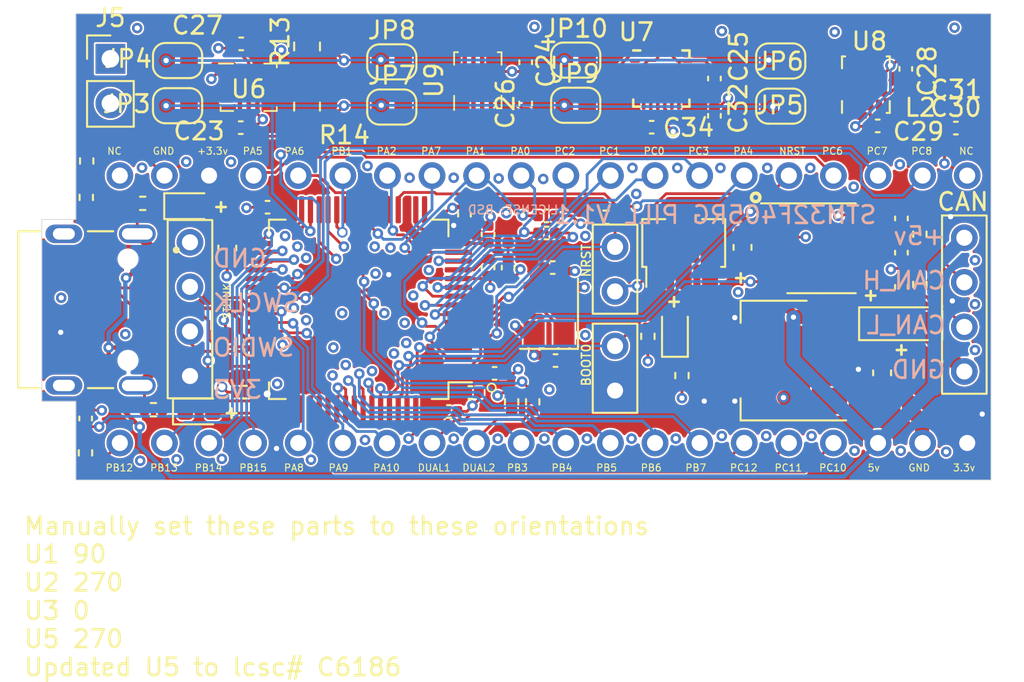
<source format=kicad_pcb>
(kicad_pcb (version 20221018) (generator pcbnew)
  (layers (0 "F.Cu" signal) (1 "In1.Cu" signal) (2 "In2.Cu" signal) (31 "B.Cu" signal) (34 "B.Paste" user) (35 "F.Paste" user) (36 "B.SilkS" user "B.Silkscreen") (37 "F.SilkS" user "F.Silkscreen") (38 "B.Mask" user) (39 "F.Mask" user) (44 "Edge.Cuts" user))
  (net 0 "")
  (net 1 "Net-(U1-PH0)")
  (net 2 "GND")
  (net 3 "+3.3VA")
  (net 4 "+3V3")
  (net 5 "Net-(U1-PH1)")
  (net 6 "Net-(U1-VCAP_1)")
  (net 7 "Net-(U1-VCAP_2)")
  (net 8 "Net-(C13-Pad1)")
  (net 9 "Net-(J1-Pin_3)")
  (net 10 "SWCLK")
  (net 11 "SWDIO")
  (net 12 "Net-(J1-Pin_2)")
  (net 13 "PC4")
  (net 14 "PB13")
  (net 15 "PB14")
  (net 16 "PB15")
  (net 17 "PA8")
  (net 18 "PA9")
  (net 19 "PA10")
  (net 20 "PC13")
  (net 21 "PC14")
  (net 22 "PC15")
  (net 23 "PC0")
  (net 24 "PC1")
  (net 25 "PC2")
  (net 26 "PC3")
  (net 27 "PA0")
  (net 28 "PA1")
  (net 29 "PA2")
  (net 30 "PA3")
  (net 31 "PA4")
  (net 32 "PA5")
  (net 33 "PA6")
  (net 34 "PA7")
  (net 35 "PB0")
  (net 36 "PB1")
  (net 37 "PC5")
  (net 38 "+5V")
  (net 39 "PC6")
  (net 40 "PC7")
  (net 41 "PC8")
  (net 42 "PC9")
  (net 43 "PA15")
  (net 44 "PC10")
  (net 45 "PC11")
  (net 46 "PC12")
  (net 47 "PD2")
  (net 48 "PB3")
  (net 49 "PB4")
  (net 50 "PB5")
  (net 51 "PB6")
  (net 52 "PB7")
  (net 53 "PB8")
  (net 54 "PB9")
  (net 55 "NRST")
  (net 56 "USB_D-")
  (net 57 "USB_D+")
  (net 58 "Net-(U7-REGOUT)")
  (net 59 "Net-(D1-K)")
  (net 60 "Net-(D2-K)")
  (net 61 "Net-(D3-K)")
  (net 62 "Net-(J4-CC1)")
  (net 64 "Net-(J4-CC2)")
  (net 66 "DUAL1")
  (net 67 "DUAL2")
  (net 68 "VDO_I")
  (net 69 "_PB12")
  (net 70 "PB12")
  (net 71 "Net-(JP1-B)")
  (net 72 "Net-(JP3-B)")
  (net 73 "Net-(JP4-B)")
  (net 74 "Net-(JP5-B)")
  (net 75 "Net-(JP6-B)")
  (net 76 "Net-(JP9-B)")
  (net 77 "Net-(JP10-B)")
  (net 96 "PB11")
  (net 97 "PB10")
  (net 98 "Net-(JP7-B)")
  (net 99 "Net-(JP8-B)")
  (net 106 "3.3F")
  (footprint "Resistor_SMD:R_0402_1005Metric" (layer "F.Cu") (at 130.9 88.456 90)
    (fp_text reference "R9" hide)
    (fp_text value "20k")
  )
  (footprint "Capacitor_SMD:C_0603_1608Metric" (layer "F.Cu") (at 104.901 86.938 90)
    (fp_text reference "C11" hide)
    (fp_text value "2u2")
  )
  (footprint "Jumper:SolderJumper-2_P1.3mm_Open_RoundedPad1.0x1.5mm" (layer "F.Cu") (at 102.175 70.5)
    (fp_text reference "JP4")
    (fp_text value "SCL")
  )
  (footprint "Capacitor_SMD:C_0603_1608Metric" (layer "F.Cu") (at 105.007 81.187 -90)
    (fp_text reference "C9" hide)
    (fp_text value "2u2")
  )
  (footprint "Capacitor_SMD:C_0402_1005Metric" (layer "F.Cu") (at 106.01 89.4 180)
    (fp_text reference "C10" hide)
    (fp_text value "100n")
  )
  (footprint "Package_LGA:Bosch_LGA-14_3x2.5mm_P0.5mm" (layer "F.Cu") (at 106.225 72.025)
    (fp_text reference "U6")
    (fp_text value "BMI160")
  )
  (footprint "Capacitor_SMD:C_0402_1005Metric" (layer "F.Cu") (at 107.3 78.86 180)
    (fp_text reference "C7" hide)
    (fp_text value "100n")
  )
  (footprint "Resistor_SMD:R_0805_2012Metric" (layer "F.Cu") (at 109.55 73.125 90)
    (fp_text reference "R14")
    (fp_text value "2.4K")
  )
  (footprint "Capacitor_SMD:C_0402_1005Metric" (layer "F.Cu") (at 105.8 69.55 180)
    (fp_text reference "C27")
    (fp_text value "100n")
  )
  (footprint "Resistor_SMD:R_0402_1005Metric" (layer "F.Cu") (at 126.58 79.43)
    (fp_text reference "R2" hide)
    (fp_text value "10k")
  )
  (footprint "LED_SMD:LED_0603_1608Metric" (layer "F.Cu") (at 102.9 78.8)
    (fp_text reference "D3" hide)
    (fp_text value "RED")
  )
  (footprint "Package_TO_SOT_SMD:SOT-223-3_TabPin2" (layer "F.Cu") (at 136.15 87.6 180)
    (fp_text reference "U3" hide)
    (fp_text value "LM1117-3.3")
  )
  (footprint "Capacitor_SMD:C_0402_1005Metric" (layer "F.Cu") (at 105.775 74.325)
    (fp_text reference "C23")
    (fp_text value "100n")
  )
  (footprint "Capacitor_SMD:C_0402_1005Metric" (layer "F.Cu") (at 96.94 90.9 90)
    (fp_text reference "C21" hide)
    (fp_text value "10n")
  )
  (footprint "Connector:my_4_pin" (layer "F.Cu") (at 146.982 84.412 90)
    (fp_text reference "J1" hide)
    (fp_text value "Conn_01x04_Male")
  )
  (footprint "Inductor_SMD:L_0402_1005Metric" (layer "F.Cu") (at 144.475 74.35)
    (fp_text reference "L2")
    (fp_text value "39n")
  )
  (footprint "Crystal:Crystal_SMD_3225-4Pin_3.2x2.5mm" (layer "F.Cu") (at 123.33 84.933 90)
    (fp_text reference "Y1" hide)
    (fp_text value "Crystal_GND24")
  )
  (footprint "Jumper:SolderJumper-2_P1.3mm_Open_RoundedPad1.0x1.5mm" (layer "F.Cu") (at 124.85 70.475)
    (fp_text reference "JP10")
    (fp_text value "SCL")
  )
  (footprint "Connector:my_2_pin" (layer "F.Cu") (at 127.09 82.39 -90)
    (fp_text reference "JP2" hide)
    (fp_text value "Jumper_2_Open")
  )
  (footprint "Capacitor_SMD:C_0402_1005Metric" (layer "F.Cu") (at 119.86 80.41 90)
    (fp_text reference "C19" hide)
    (fp_text value "100n")
  )
  (footprint "Resistor_SMD:R_0805_2012Metric" (layer "F.Cu") (at 109.55 69.7 90)
    (fp_text reference "R13")
    (fp_text value "2.4K")
  )
  (footprint "Capacitor_SMD:C_0402_1005Metric" (layer "F.Cu") (at 118.514 79.283 90)
    (fp_text reference "C4" hide)
    (fp_text value "100n")
  )
  (footprint "Sensor_Motion:InvenSense_QFN-24_3x3mm_P0.4mm" (layer "F.Cu") (at 129.725 71.525)
    (fp_text reference "U7")
    (fp_text value "MPU-9250")
  )
  (footprint "Capacitor_SMD:C_0402_1005Metric" (layer "F.Cu") (at 123.541 82.3)
    (fp_text reference "C6" hide)
    (fp_text value "12p")
  )
  (footprint "Resistor_SMD:R_0402_1005Metric" (layer "F.Cu") (at 128.96 86.22 90)
    (fp_text reference "R1" hide)
    (fp_text value "10k")
  )
  (footprint "Capacitor_SMD:C_0402_1005Metric" (layer "F.Cu") (at 119.858 82.294 -90)
    (fp_text reference "C8" hide)
    (fp_text value "10n")
  )
  (footprint "Jumper:SolderJumper-2_P1.3mm_Open_RoundedPad1.0x1.5mm" (layer "F.Cu") (at 114.375 73.15)
    (fp_text reference "JP7")
    (fp_text value "SDA")
  )
  (footprint "Package_LGA:LGA-14_3x2.5mm_P0.5mm_LayoutBorder3x4y" (layer "F.Cu") (at 141.375 71.875 90)
    (fp_text reference "U8")
    (fp_text value "LSM6DS3")
  )
  (footprint "Capacitor_SMD:C_0402_1005Metric" (layer "F.Cu") (at 120.23 88.33)
    (fp_text reference "C2" hide)
    (fp_text value "100n")
  )
  (footprint "Capacitor_Tantalum_SMD:CP_EIA-3216-18_Kemet-A" (layer "F.Cu") (at 143.3 85.5)
    (fp_text reference "C20" hide)
    (fp_text value "100n")
  )
  (footprint "Capacitor_SMD:C_0603_1608Metric" (layer "F.Cu") (at 134.35 81.15 90)
    (fp_text reference "C16" hide)
    (fp_text value "10u")
  )
  (footprint "TYPE-C-31-M-12:HRO_TYPE-C-31-M-12" (layer "F.Cu") (at 98.2 84.7 -90)
    (fp_text reference "J4" hide)
    (fp_text value "TYPE-C-31-M-12")
  )
  (footprint "Resistor_SMD:R_0402_1005Metric" (layer "F.Cu") (at 96.93 92.86 -90)
    (fp_text reference "R6" hide)
    (fp_text value "47R")
  )
  (footprint "Capacitor_SMD:C_0402_1005Metric" (layer "F.Cu") (at 121 82.3 -90)
    (fp_text reference "C5" hide)
    (fp_text value "1u")
  )
  (footprint "Jumper:SolderJumper-2_P1.3mm_Open_RoundedPad1.0x1.5mm" (layer "F.Cu") (at 136.525 70.525)
    (fp_text reference "JP6")
    (fp_text value "SCL")
  )
  (footprint "Capacitor_SMD:C_0402_1005Metric" (layer "F.Cu") (at 122 72.95 90)
    (fp_text reference "C26")
    (fp_text value "100n")
  )
  (footprint "Capacitor_SMD:C_0402_1005Metric" (layer "F.Cu") (at 129.175 74.3 180)
    (fp_text reference "C34")
    (fp_text value "100n")
  )
  (footprint "Resistor_SMD:R_0402_1005Metric" (layer "F.Cu") (at 96.975 78.3 90)
    (fp_text reference "R11" hide)
    (fp_text value "5.1k")
  )
  (footprint "Capacitor_SMD:C_0402_1005Metric" (layer "F.Cu") (at 117.63 90.5)
    (fp_text reference "C12" hide)
    (fp_text value "100n")
  )
  (footprint "Package_LGA:Bosch_LGA-14_3x2.5mm_P0.5mm" (layer "F.Cu") (at 119.275 71.625 90)
    (fp_text reference "U9")
    (fp_text value "BMI270")
  )
  (footprint "Capacitor_SMD:C_0402_1005Metric" (layer "F.Cu") (at 146.5 74.35)
    (fp_text reference "C30")
    (fp_text value "1u")
  )
  (footprint "Capacitor_SMD:C_0402_1005Metric" (layer "F.Cu") (at 142.05 74.225 180)
    (fp_text reference "C29")
    (fp_text value "100n")
  )
  (footprint "LED_SMD:LED_0603_1608Metric" (layer "F.Cu") (at 130.5 85.9 90)
    (fp_text reference "D1" hide)
    (fp_text value "BLU")
  )
  (footprint "Capacitor_SMD:C_0402_1005Metric" (layer "F.Cu") (at 143.65 70.975 90)
    (fp_text reference "C28")
    (fp_text value "100n")
  )
  (footprint "Package_QFP:LQFP-64_10x10mm_P0.5mm" (layer "F.Cu") (at 112.492 84.679 180)
    (fp_text reference "U1" hide)
    (fp_text value "STM32F405RGTx")
  )
  (footprint "Package_TO_SOT_SMD:SOT-89-3" (layer "F.Cu") (at 131 81.2 90)
    (fp_text reference "U5" hide)
    (fp_text value "HT7550")
  )
  (footprint "Resistor_SMD:R_0402_1005Metric" (layer "F.Cu") (at 97 76.225 90)
    (fp_text reference "R10" hide)
    (fp_text value "5.1k")
  )
  (footprint "Capacitor_SMD:C_0402_1005Metric" (layer "F.Cu") (at 123.18 79.35)
    (fp_text reference "C18" hide)
    (fp_text value "100n")
  )
  (footprint "Capacitor_SMD:C_0402_1005Metric" (layer "F.Cu") (at 143.4 79.5 90)
    (fp_text reference "C14" hide)
    (fp_text value "100p")
  )
  (footprint "Resistor_SMD:R_0402_1005Metric" (layer "F.Cu") (at 144.45 83.26 90)
    (fp_text reference "R4" hide)
    (fp_text value "100Ω")
  )
  (footprint "Capacitor_SMD:C_0402_1005Metric" (layer "F.Cu") (at 123.7 87.6 180)
    (fp_text reference "C3" hide)
    (fp_text value "12p")
  )
  (footprint "Connector:my_2_pin" (layer "F.Cu") (at 127.09 88.04 90)
    (fp_text reference "JP1" hide)
    (fp_text value "Jumper_2_Open")
  )
  (footprint "Inductor_SMD:L_0402_1005Metric" (layer "F.Cu") (at 121 80.4 -90)
    (fp_text reference "L1" hide)
    (fp_text value "39n")
  )
  (footprint "CCC_ESC_Custom_parts:STM32F405_pill" (layer "F.Cu") (at 122.382 85.312)
    (fp_text reference "U4" hide)
    (fp_text value "STM32F405_pill")
  )
  (footprint "Jumper:SolderJumper-2_P1.3mm_Open_RoundedPad1.0x1.5mm" (layer "F.Cu") (at 136.525 73.1)
    (fp_text reference "JP5")
    (fp_text value "SDA")
  )
  (footprint "Capacitor_SMD:C_0402_1005Metric" (layer "F.Cu") (at 146.525 73.3)
    (fp_text reference "C31")
    (fp_text value "10n")
  )
  (footprint "Resistor_SMD:R_0402_1005Metric" (layer "F.Cu") (at 121.2 89.95 90)
    (fp_text reference "R8" hide)
    (fp_text value "1k")
  )
  (footprint "Resistor_SMD:R_0402_1005Metric" (layer "F.Cu") (at 122.4 89.95 90)
    (fp_text reference "R12" hide)
    (fp_text value "1k")
  )
  (footprint "Connector:my_4_pin" (layer "F.Cu") (at 102.882 84.67 -90)
    (fp_text reference "J2" hide)
    (fp_text value "Conn_01x04_Male")
  )
  (footprint "Capacitor_SMD:C_0402_1005Metric" (layer "F.Cu") (at 123.19 80.33)
    (fp_text reference "C17" hide)
    (fp_text value "100n")
  )
  (footprint "Capacitor_SMD:C_0402_1005Metric" (layer "F.Cu") (at 132.75 73.65 90)
    (fp_text reference "C32")
    (fp_text value "100n")
  )
  (footprint "Capacitor_SMD:C_0402_1005Metric" (layer "F.Cu") (at 118.85 89.42)
    (fp_text reference "C1" hide)
    (fp_text value "4u7")
  )
  (footprint "Capacitor_SMD:C_0402_1005Metric" (layer "F.Cu") (at 122 70.6 -90)
    (fp_text reference "C24")
    (fp_text value "100n")
  )
  (footprint "Jumper:SolderJumper-2_P1.3mm_Open_RoundedPad1.0x1.5mm" (layer "F.Cu") (at 102.175 73.075)
    (fp_text reference "JP3")
    (fp_text value "SDA")
  )
  (footprint "Package_SO:SOIC-8_3.9x4.9mm_P1.27mm" (layer "F.Cu") (at 138.85 81.2)
    (fp_text reference "U2" hide)
    (fp_text value " TJA1050T/CM,118")
  )
  (footprint "Jumper:SolderJumper-2_P1.3mm_Open_RoundedPad1.0x1.5mm" (layer "F.Cu") (at 114.375 70.575)
    (fp_text reference "JP8")
    (fp_text value "SCL")
  )
  (footprint "Connector_PinHeader_2.54mm:PinHeader_1x02_P2.54mm_Vertical" (layer "F.Cu") (at 98.35 70.4)
    (fp_text reference "J5")
    (fp_text value "Conn_01x02")
  )
  (footprint "Resistor_SMD:R_0402_1005Metric" (layer "F.Cu") (at 100.19 78.64)
    (fp_text reference "R7" hide)
    (fp_text value "20k")
  )
  (footprint "Capacitor_SMD:C_0402_1005Metric" (layer "F.Cu") (at 143.4 81.45 -90)
    (fp_text reference "C13" hide)
    (fp_text value "4.7n")
  )
  (footprint "LED_SMD:LED_0603_1608Metric" (layer "F.Cu") (at 103.4 90.5)
    (fp_text reference "D2" hide)
    (fp_text value "GRN")
  )
  (footprint "Capacitor_SMD:C_0402_1005Metric" (layer "F.Cu") (at 132.75 71.525 90)
    (fp_text reference "C25")
    (fp_text value "100n")
  )
  (footprint "Capacitor_SMD:C_0603_1608Metric" (layer "F.Cu") (at 142.3 88.3 -90)
    (fp_text reference "C22" hide)
    (fp_text value "10u")
  )
  (footprint "Capacitor_SMD:C_0402_1005Metric" (layer "F.Cu") (at 143.4 83.4 90)
    (fp_text reference "C15" hide)
    (fp_text value "100p")
  )
  (footprint "Resistor_SMD:R_0402_1005Metric" (layer "F.Cu") (at 100.8 90.4)
    (fp_text reference "R5" hide)
    (fp_text value "20k")
  )
  (footprint "Jumper:SolderJumper-2_P1.3mm_Open_RoundedPad1.0x1.5mm" (layer "F.Cu") (at 124.85 73.05)
    (fp_text reference "JP9")
    (fp_text value "SDA")
  )
  (footprint "Resistor_SMD:R_0402_1005Metric" (layer "F.Cu") (at 144.45 80.4 90)
    (fp_text reference "R3" hide)
    (fp_text value "100Ω")
  )
  (gr_circle (center 135.1 78.3) (end 135.340832 78.3) (stroke (width 0.2)) (fill none) (layer "F.SilkS"))
  (gr_circle (center 120.06 89.15) (end 120.3 89.15) (stroke (width 0.1)) (fill none) (layer "F.SilkS"))
  (gr_line (start 148.5 94.407903) (end 148.5 67.825) (stroke (width 0.04)) (layer "Edge.Cuts"))
  (gr_line (start 96.379936 67.825) (end 96.379936 79.560946) (stroke (width 0.04)) (layer "Edge.Cuts"))
  (gr_line (start 94.440783 79.560946) (end 94.440783 89.92313) (stroke (width 0.04)) (layer "Edge.Cuts"))
  (gr_line (start 94.440783 89.92313) (end 96.379936 89.92313) (stroke (width 0.04)) (layer "Edge.Cuts"))
  (gr_line (start 96.379936 79.560946) (end 94.440783 79.560946) (stroke (width 0.04)) (layer "Edge.Cuts"))
  (gr_line (start 96.379936 89.92313) (end 96.379936 94.407903) (stroke (width 0.04)) (layer "Edge.Cuts"))
  (gr_line (start 148.5 67.825) (end 96.379936 67.825) (stroke (width 0.04)) (layer "Edge.Cuts"))
  (gr_line (start 96.379936 94.407903) (end 148.5 94.407903) (stroke (width 0.04)) (layer "Edge.Cuts"))
  (gr_text "STM32F405RG PILL V1.1" (at 132.8 79.3) (layer "B.SilkS") (effects (font (size 1 1)) (justify mirror)))
  (gr_text "SWDIO\n" (at 104.1 86.86) (layer "B.SilkS") (effects (font (size 1 1)) (justify right mirror)))
  (gr_text "3V3" (at 104.1 89.26) (layer "B.SilkS") (effects (font (size 1 1)) (justify right mirror)))
  (gr_text "SWCLK" (at 104.1 84.32) (layer "B.SilkS") (effects (font (size 1 1)) (justify right mirror)))
  (gr_text "GND" (at 146 88.12) (layer "B.SilkS") (effects (font (size 1 1)) (justify left mirror)))
  (gr_text "+5v" (at 146 80.5) (layer "B.SilkS") (effects (font (size 1 1)) (justify left mirror)))
  (gr_text "CAN_L" (at 146 85.58) (layer "B.SilkS") (effects (font (size 1 1)) (justify left mirror)))
  (gr_text "GND" (at 104.1 81.78) (layer "B.SilkS") (effects (font (size 1 1)) (justify right mirror)))
  (gr_text "LICENSE: BSD" (at 121.28 79.01) (layer "B.SilkS") (effects (font (size 0.5 0.5) (thickness 0.08)) (justify mirror)))
  (gr_text "CAN_H" (at 146 83.04) (layer "B.SilkS") (effects (font (size 1 1)) (justify left mirror)))
  (gr_text "PB6" (at 128.52 93.71) (layer "F.SilkS") (effects (font (size 0.4 0.4) (thickness 0.06)) (justify left)))
  (gr_text "DUAL2\n" (at 118.36 93.71) (layer "F.SilkS") (effects (font (size 0.4 0.4) (thickness 0.06)) (justify left)))
  (gr_text "PA10" (at 113.28 93.71) (layer "F.SilkS") (effects (font (size 0.4 0.4) (thickness 0.06)) (justify left)))
  (gr_text "3.3v" (at 146.3 93.71) (layer "F.SilkS") (effects (font (size 0.4 0.4) (thickness 0.06)) (justify left)))
  (gr_text "PB14" (at 103.12 93.71) (layer "F.SilkS") (effects (font (size 0.4 0.4) (thickness 0.06)) (justify left)))
  (gr_text "PA2" (at 114.076 75.66) (layer "F.SilkS") (effects (font (size 0.4 0.4) (thickness 0.06))))
  (gr_text "+" (at 130.45 84.2) (layer "F.SilkS") (effects (font (size 0.7 0.7))))
  (gr_text "NRST" (at 137.19 75.66) (layer "F.SilkS") (effects (font (size 0.4 0.4) (thickness 0.06))))
  (gr_text "+3.3v\n" (at 104.17 75.66) (layer "F.SilkS") (effects (font (size 0.4 0.4) (thickness 0.06))))
  (gr_text "PB12\n" (at 98.04 93.71) (layer "F.SilkS") (effects (font (size 0.4 0.4) (thickness 0.06)) (justify left)))
  (gr_text "+" (at 134.25 82.85) (layer "F.SilkS") (effects (font (size 0.7 0.7))))
  (gr_text "CAN" (at 146.9 78.55) (layer "F.SilkS") (effects (font (size 1 1))))
  (gr_text "NRST" (at 125.45 81.9 90) (layer "F.SilkS") (effects (font (size 0.5 0.5) (thickness 0.09))))
  (gr_text "BOOT0\n" (at 125.45 87.85 90) (layer "F.SilkS") (effects (font (size 0.5 0.5) (thickness 0.09))))
  (gr_text "PB3\n" (at 120.9 93.71) (layer "F.SilkS") (effects (font (size 0.4 0.4) (thickness 0.06)) (justify left)))
  (gr_text "GND\n" (at 101.376 75.66) (layer "F.SilkS") (effects (font (size 0.4 0.4) (thickness 0.06))))
  (gr_text "Manually set these parts to these orientations\nU1 90\nU2 270\nU3 0\nU5 270\nUpdated U5 to lcsc# C6186" (at 93.35 101.05) (layer "F.SilkS") (effects (font (size 1 1)) (justify left)))
  (gr_text "PC0" (at 129.316 75.66) (layer "F.SilkS") (effects (font (size 0.4 0.4) (thickness 0.06))))
  (gr_text "5v" (at 141.442 93.71) (layer "F.SilkS") (effects (font (size 0.4 0.4) (thickness 0.06)) (justify left)))
  (gr_text "PC11" (at 136.14 93.71) (layer "F.SilkS") (effects (font (size 0.4 0.4) (thickness 0.06)) (justify left)))
  (gr_text "PC10" (at 138.68 93.71) (layer "F.SilkS") (effects (font (size 0.4 0.4) (thickness 0.06)) (justify left)))
  (gr_text "PB4\n" (at 123.44 93.71) (layer "F.SilkS") (effects (font (size 0.4 0.4) (thickness 0.06)) (justify left)))
  (gr_text "PB13\n" (at 100.58 93.71) (layer "F.SilkS") (effects (font (size 0.4 0.4) (thickness 0.06)) (justify left)))
  (gr_text "PC7" (at 142.016 75.66) (layer "F.SilkS") (effects (font (size 0.4 0.4) (thickness 0.06))))
  (gr_text "PA0" (at 121.696 75.66) (layer "F.SilkS") (effects (font (size 0.4 0.4) (thickness 0.06))))
  (gr_text "+" (at 104.65 78.8) (layer "F.SilkS") (effects (font (size 0.7 0.7))))
  (gr_text "PB7" (at 131.06 93.71) (layer "F.SilkS") (effects (font (size 0.4 0.4) (thickness 0.06)) (justify left)))
  (gr_text "PC12" (at 133.6 93.71) (layer "F.SilkS") (effects (font (size 0.4 0.4) (thickness 0.06)) (justify left)))
  (gr_text "+" (at 143.4 86.95) (layer "F.SilkS") (effects (font (size 0.7 0.7))))
  (gr_text "PB1" (at 111.536 75.66) (layer "F.SilkS") (effects (font (size 0.4 0.4) (thickness 0.06))))
  (gr_text "PA6" (at 108.83 75.668) (layer "F.SilkS") (effects (font (size 0.4 0.4) (thickness 0.06))))
  (gr_text "PC2" (at 124.236 75.66) (layer "F.SilkS") (effects (font (size 0.4 0.4) (thickness 0.06))))
  (gr_text "PA4\n" (at 134.396 75.66) (layer "F.SilkS") (effects (font (size 0.4 0.4) (thickness 0.06))))
  (gr_text "PA7" (at 116.616 75.66) (layer "F.SilkS") (effects (font (size 0.4 0.4) (thickness 0.06))))
  (gr_text "GND" (at 143.76 93.71) (layer "F.SilkS") (effects (font (size 0.4 0.4) (thickness 0.06)) (justify left)))
  (gr_text "PA9" (at 110.74 93.71) (layer "F.SilkS") (effects (font (size 0.4 0.4) (thickness 0.06)) (justify left)))
  (gr_text "PA5" (at 106.456 75.66) (layer "F.SilkS") (effects (font (size 0.4 0.4) (thickness 0.06))))
  (gr_text "PB5" (at 125.98 93.71) (layer "F.SilkS") (effects (font (size 0.4 0.4) (thickness 0.06)) (justify left)))
  (gr_text "PA1" (at 119.156 75.66) (layer "F.SilkS") (effects (font (size 0.4 0.4) (thickness 0.06))))
  (gr_text "STLINK\n" (at 105 84.22 90) (layer "F.SilkS") (effects (font (size 0.4 0.4) (thickness 0.07))))
  (gr_text "NC" (at 147.096 75.66) (layer "F.SilkS") (effects (font (size 0.4 0.4) (thickness 0.06))))
  (gr_text "+" (at 141.65 83.85) (layer "F.SilkS") (effects (font (size 0.7 0.7))))
  (gr_text "PC6" (at 139.476 75.66) (layer "F.SilkS") (effects (font (size 0.4 0.4) (thickness 0.06))))
  (gr_text "PC8\n" (at 144.556 75.66) (layer "F.SilkS") (effects (font (size 0.4 0.4) (thickness 0.06))))
  (gr_text "PC1" (at 126.776 75.66) (layer "F.SilkS") (effects (font (size 0.4 0.4) (thickness 0.06))))
  (gr_text "DUAL1\n" (at 115.82 93.71) (layer "F.SilkS") (effects (font (size 0.4 0.4) (thickness 0.06)) (justify left)))
  (gr_text "PB15" (at 105.66 93.71) (layer "F.SilkS") (effects (font (size 0.4 0.4) (thickness 0.06)) (justify left)))
  (gr_text "NC" (at 98.582 75.66) (layer "F.SilkS") (effects (font (size 0.4 0.4) (thickness 0.06))))
  (gr_text "PA8" (at 108.2 93.71) (layer "F.SilkS") (effects (font (size 0.4 0.4) (thickness 0.06)) (justify left)))
  (gr_text "PC3" (at 131.856 75.66) (layer "F.SilkS") (effects (font (size 0.4 0.4) (thickness 0.06))))
  (gr_text "+" (at 105.25 90.55) (layer "F.SilkS") (effects (font (size 0.7 0.7))))
  (segment (start 118.167 86.429) (end 119.016392 86.429) (width 0.16) (layer "F.Cu") (net 1))
  (segment (start 124.18 86.033) (end 124.18 87.4) (width 0.5) (layer "F.Cu") (net 1))
  (segment (start 119.016392 86.429) (end 120.697696 84.747696) (width 0.16) (layer "F.Cu") (net 1))
  (segment (start 120.697696 84.747696) (end 122.994696 84.747696) (width 0.16) (layer "F.Cu") (net 1))
  (segment (start 122.994696 84.747696) (end 124.18 85.933) (width 0.16) (layer "F.Cu") (net 1))
  (segment (start 124.18 85.933) (end 124.18 86.033) (width 0.16) (layer "F.Cu") (net 1))
  (segment (start 130.75 72.283138) (end 130.75 70.525) (width 0.16) (layer "F.Cu") (net 2))
  (segment (start 105.01 89.4) (end 104.71 89.1) (width 0.16) (layer "F.Cu") (net 2))
  (segment (start 97.84 90.42) (end 97.86 90.44) (width 0.16) (layer "F.Cu") (net 2))
  (segment (start 124.18 83.833) (end 124.18 82.459) (width 0.5) (layer "F.Cu") (net 2))
  (segment (start 123.22 87.6) (end 122.92 87.3) (width 0.5) (layer "F.Cu") (net 2))
  (segment (start 120.994 82.774) (end 121 82.78) (width 0.16) (layer "F.Cu") (net 2))
  (segment (start 119.858 82.774) (end 120.994 82.774) (width 0.16) (layer "F.Cu") (net 2))
  (segment (start 130.325 70.225269) (end 130.624731 70.525) (width 0.16) (layer "F.Cu") (net 2))
  (segment (start 122.48 86.033) (end 121.833 86.033) (width 0.16) (layer "F.Cu") (net 2))
  (segment (start 122.92 87.3) (end 122.48 87.3) (width 0.5) (layer "F.Cu") (net 2))
  (segment (start 124.18 82.459) (end 124.021 82.3) (width 0.16) (layer "F.Cu") (net 2))
  (segment (start 111.620466 81.1) (end 111.65 81.1) (width 0.16) (layer "F.Cu") (net 2))
  (segment (start 100.29 90.4) (end 100.29 89.43) (width 0.16) (layer "F.Cu") (net 2))
  (segment (start 100.29 89.43) (end 99.88 89.02) (width 0.16) (layer "F.Cu") (net 2))
  (segment (start 97.24 75.45) (end 96.975 75.715) (width 0.16) (layer "F.Cu") (net 2))
  (segment (start 147.005 74.325) (end 146.98 74.35) (width 0.16) (layer "F.Cu") (net 2))
  (segment (start 119.98 82.896) (end 119.858 82.774) (width 0.16) (layer "F.Cu") (net 2))
  (segment (start 119.33 89.824152) (end 118.94 90.214152) (width 0.16) (layer "F.Cu") (net 2))
  (segment (start 115.809 91.309) (end 117.221 91.309) (width 0.16) (layer "F.Cu") (net 2))
  (segment (start 144.65 85.89) (end 144.65 85.5) (width 0.8) (layer "F.Cu") (net 2))
  (segment (start 131.225 70.525) (end 132.23 70.525) (width 0.16) (layer "F.Cu") (net 2))
  (segment (start 130.608138 72.425) (end 130.75 72.283138) (width 0.16) (layer "F.Cu") (net 2))
  (segment (start 104.901 86.163) (end 104.901 85.401) (width 0.16) (layer "F.Cu") (net 2))
  (segment (start 129.924731 72.425) (end 130.608138 72.425) (width 0.16) (layer "F.Cu") (net 2))
  (segment (start 137.935 80.565) (end 137.95 80.55) (width 0.16) (layer "F.Cu") (net 2))
  (segment (start 129.525 73.025) (end 129.525 72.824731) (width 0.16) (layer "F.Cu") (net 2))
  (segment (start 143.4 82.35) (end 142.85 82.35) (width 0.16) (layer "F.Cu") (net 2))
  (segment (start 96.5 77.5) (end 96.79 77.79) (width 0.16) (layer "F.Cu") (net 2))
  (segment (start 115.742 90.354) (end 115.742 91.638) (width 0.16) (layer "F.Cu") (net 2))
  (segment (start 121.225 71.125) (end 121.955 71.125) (width 0.16) (layer "F.Cu") (net 2))
  (segment (start 130.624731 70.525) (end 130.75 70.525) (width 0.16) (layer "F.Cu") (net 2))
  (segment (start 105.53 89.4) (end 105.01 89.4) (width 0.16) (layer "F.Cu") (net 2))
  (segment (start 143.4 81.93) (end 143.4 82.35) (width 0.16) (layer "F.Cu") (net 2))
  (segment (start 136.375 80.565) (end 134.62 80.565) (width 0.16) (layer "F.Cu") (net 2))
  (segment (start 145.85 75.48) (end 146.98 74.35) (width 0.16) (layer "F.Cu") (net 2))
  (segment (start 132.23 70.525) (end 132.75 71.045) (width 0.16) (layer "F.Cu") (net 2))
  (segment (start 129.525 72.824731) (end 129.924731 72.425) (width 0.16) (layer "F.Cu") (net 2))
  (segment (start 138.873 89.7756) (end 136.782 89.7756) (width 0.8) (layer "F.Cu") (net 2))
  (segment (start 105.07 69.8) (end 105.32 69.55) (width 0.16) (layer "F.Cu") (net 2))
  (segment (start 106.725 73.55) (end 107.025 73.85) (width 0.16) (layer "F.Cu") (net 2))
  (segment (start 128.96 86.73) (end 128.96 87.64) (width 0.16) (layer "F.Cu") (net 2))
  (segment (start 141.325 79.295) (end 139.855 79.295) (width 0.16) (layer "F.Cu") (net 2))
  (segment (start 130.75 70.525) (end 131.225 70.525) (width 0.16) (layer "F.Cu") (net 2))
  (segment (start 120.2875 71.125) (end 120.2875 71.625) (width 0.16) (layer "F.Cu") (net 2))
  (segment (start 121.955 71.125) (end 122 71.08) (width 0.16) (layer "F.Cu") (net 2))
  (segment (start 139.855 79.295) (end 139.8 79.35) (width 0.16) (layer "F.Cu") (net 2))
  (segment (start 142.2875 71.375) (end 142.2875 71.875) (width 0.16) (layer "F.Cu") (net 2))
  (segment (start 130.325 70.025) (end 130.325 70.225269) (width 0.16) (layer "F.Cu") (net 2))
  (segment (start 143.8375 90.3375) (end 143.8375 89.9375) (width 0.8) (layer "F.Cu") (net 2))
  (segment (start 115.742 91.638) (end 115.33 92.05) (width 0.16) (layer "F.Cu") (net 2))
  (segment (start 110.742 80.221534) (end 111.620466 81.1) (width 0.16) (layer "F.Cu") (net 2))
  (segment (start 129.525 74.17) (end 129.655 74.3) (width 0.16) (layer "F.Cu") (net 2))
  (segment (start 129.525 73.025) (end 129.525 74.17) (width 0.16) (layer "F.Cu") (net 2))
  (segment (start 118.11 90.5) (end 118.654152 90.5) (width 0.16) (layer "F.Cu") (net 2))
  (segment (start 132.75 73.17) (end 133.0005 73.17) (width 0.16) (layer "F.Cu") (net 2))
  (segment (start 133.0005 73.17) (end 133.525 72.6455) (width 0.16) (layer "F.Cu") (net 2))
  (segment (start 130.9 88.966) (end 130.9 89.74) (width 0.16) (layer "F.Cu") (net 2))
  (segment (start 141.625 74.17) (end 141.57 74.225) (width 0.16) (layer "F.Cu") (net 2))
  (segment (start 143.4 79.02) (end 143.13 79.02) (width 0.16) (layer "F.Cu") (net 2))
  (segment (start 116.001315 80.104) (end 116.489253 80.104) (width 0.16) (layer "F.Cu") (net 2))
  (segment (start 119.98 83.45) (end 119.98 82.896) (width 0.16) (layer "F.Cu") (net 2))
  (segment (start 129.5 82.85) (end 128.85 82.85) (width 0.16) (layer "F.Cu") (net 2))
  (segment (start 143.8375 89.9375) (end 142.975 89.075) (width 0.8) (layer "F.Cu") (net 2))
  (segment (start 142.85 79.3) (end 141.33 79.3) (width 0.16) (layer "F.Cu") (net 2))
  (segment (start 104.901 85.401) (end 104.8 85.3) (width 0.16) (layer "F.Cu") (net 2))
  (segment (start 118.03 90.5) (end 118.11 90.5) (width 0.16) (layer "F.Cu") (net 2))
  (segment (start 118.06 90.47) (end 118.13 90.47) (width 0.16) (layer "F.Cu") (net 2))
  (segment (start 144.579 91.079) (end 143.8375 90.3375) (width 0.8) (layer "F.Cu") (net 2))
  (segment (start 115.742 90.354) (end 115.742 91.242) (width 0.16) (layer "F.Cu") (net 2))
  (segment (start 143.13 79.02) (end 142.85 79.3) (width 0.16) (layer "F.Cu") (net 2))
  (segment (start 141.545 74.25) (end 141.57 74.225) (width 0.16) (layer "F.Cu") (net 2))
  (segment (start 100.877 88.117) (end 99.962 89.032) (width 0.5) (layer "F.Cu") (net 2))
  (segment (start 141.625 73.0375) (end 141.625 74.17) (width 0.16) (layer "F.Cu") (net 2))
  (segment (start 99.68 78.64) (end 99.88 78.84) (width 0.16) (layer "F.Cu") (net 2))
  (segment (start 143.1675 70.495) (end 142.2875 71.375) (width 0.16) (layer "F.Cu") (net 2))
  (segment (start 106.255 74.325) (end 106.55 74.325) (width 0.16) (layer "F.Cu") (net 2))
  (segment (start 101.427 77.057) (end 99.82 75.45) (width 0.16) (layer "F.Cu") (net 2))
  (segment (start 125.35 83.42) (end 124.593 83.42) (width 0.5) (layer "F.Cu") (net 2))
  (segment (start 122 72.47) (end 122 71.08) (width 0.16) (layer "F.Cu") (net 2))
  (segment (start 115.742 79.004) (end 115.742 79.844685) (width 0.16) (layer "F.Cu") (net 2))
  (segment (start 96.5 76.215) (end 96.5 77.5) (width 0.16) (layer "F.Cu") (net 2))
  (segment (start 116.489253 80.104) (end 117.790253 78.803) (width 0.16) (layer "F.Cu") (net 2))
  (segment (start 128.85 82.85) (end 128.35 83.35) (width 0.16) (layer "F.Cu") (net 2))
  (segment (start 118.654152 90.5) (end 118.94 90.214152) (width 0.16) (layer "F.Cu") (net 2))
  (segment (start 121.833 86.033) (end 121.4 85.6) (width 0.5) (layer "F.Cu") (net 2))
  (segment (start 144.579 92.333) (end 144.579 91.079) (width 0.8) (layer "F.Cu") (net 2))
  (segment (start 99.88 78.84) (end 99.88 80.38) (width 0.16) (layer "F.Cu") (net 2))
  (segment (start 110.742 79.004) (end 110.742 80.221534) (width 0.16) (layer "F.Cu") (net 2))
  (segment (start 106.55 74.325) (end 107.025 73.85) (width 0.16) (layer "F.Cu") (net 2))
  (segment (start 96.94 90.42) (end 97.84 90.42) (width 0.16) (layer "F.Cu") (net 2))
  (segment (start 105.007 82.753) (end 104.97 82.79) (width 0.16) (layer "F.Cu") (net 2))
  (segment (start 96.79 77.79) (end 96.975 77.79) (width 0.16) (layer "F.Cu") (net 2))
  (segment (start 104.375 71.275) (end 104.1 71.55) (width 0.16) (layer "F.Cu") (net 2))
  (segment (start 117.831068 78.9) (end 118.417 78.9) (width 0.16) (layer "F.Cu") (net 2))
  (segment (start 121.33 88.33) (end 121.57 88.09) (width 0.16) (layer "F.Cu") (net 2))
  (segment (start 106.82 78.86) (end 106.14 78.86) (width 0.16) (layer "F.Cu") (net 2))
  (segment (start 120.71 88.33) (end 121.33 88.33) (width 0.16) (layer "F.Cu") (net 2))
  (segment (start 121 82.78) (end 121.42 82.78) (width 0.16) (layer "F.Cu") (net 2))
  (segment (start 146.982 88.222) (end 144.65 85.89) (width 0.8) (layer "F.Cu") (net 2))
  (segment (start 134.62 80.565) (end 134.33 80.275) (width 0.16) (layer "F.Cu") (net 2))
  (segment (start 100.795 81.295) (end 99.88 80.38) (width 0.5) (layer "F.Cu") (net 2))
  (segment (start 121.7 82.5) (end 121.7 82.4) (width 0.16) (layer "F.Cu") (net 2))
  (segment (start 140.775 74.25) (end 141.545 74.25) (width 0.16) (layer "F.Cu") (net 2))
  (segment (start 145.85 76.36) (end 145.85 75.48) (width 0.16) (layer "F.Cu") (net 2))
  (segment (start 106.725 73.0375) (end 106.225 73.0375) (width 0.16) (layer "F.Cu") (net 2))
  (segment (start 147.005 73.3) (end 147.005 74.325) (width 0.16) (layer "F.Cu") (net 2))
  (segment (start 117.790253 78.803) (end 118.514 78.803) (width 0.16) (layer "F.Cu") (net 2))
  (segment (start 105.007 81.962) (end 105.007 82.753) (width 0.16) (layer "F.Cu") (net 2))
  (segment (start 141.125 73.0375) (end 141.625 73.0375) (width 0.16) (layer "F.Cu") (net 2))
  (segment (start 104.9625 71.275) (end 104.375 71.275) (width 0.16) (layer "F.Cu") (net 2))
  (segment (start 124.8 82.5) (end 124.221 82.5) (width 0.5) (layer "F.Cu") (net 2))
  (segment (start 143.4 82.35) (end 143.4 82.92) (width 0.16) (layer "F.Cu") (net 2))
  (segment (start 118.417 78.9) (end 118.514 78.803) (width 0.16) (layer "F.Cu") (net 2))
  (segment (start 99.82 75.45) (end 97.24 75.45) (width 0.16) (layer "F.Cu") (net 2))
  (segment (start 136.375 80.565) (end 137.935 80.565) (width 0.16) (layer "F.Cu") (net 2))
  (segment (start 115.742 79.844685) (end 116.001315 80.104) (width 0.16) (layer "F.Cu") (net 2))
  (segment (start 119.33 89.42) (end 119.33 89.824152) (width 0.16) (layer "F.Cu") (net 2))
  (segment (start 142.85 82.35) (end 142.8 82.4) (width 0.16) (layer "F.Cu") (net 2))
  (segment (start 142.975 89.075) (end 142.3 89.075) (width 0.8) (layer "F.Cu") (net 2))
  (segment (start 143.65 70.495) (end 143.1675 70.495) (width 0.16) (layer "F.Cu") (net 2))
  (segment (start 106.725 73.0375) (end 106.725 73.55) (width 0.16) (layer "F.Cu") (net 2))
  (segment (start 141.33 79.3) (end 141.325 79.295) (width 0.16) (layer "F.Cu") (net 2))
  (segment (start 119.703 82.929) (end 118.167 82.929) (width 0.16) (layer "F.Cu") (net 2))
  (segment (start 117.221 91.309) (end 118.03 90.5) (width 0.16) (layer "F.Cu") (net 2))
  (segment (start 136.782 89.7756) (end 136.7184 89.712) (width 0.8) (layer "F.Cu") (net 2))
  (segment (start 106.14 78.86) (end 106.1 78.9) (width 0.16) (layer "F.Cu") (net 2))
  (segment (start 104.5 69.8) (end 105.07 69.8) (width 0.16) (layer "F.Cu") (net 2))
  (segment (start 124.221 82.5) (end 124.021 82.3) (width 0.16) (layer "F.Cu") (net 2))
  (segment (start 124.593 83.42) (end 124.18 83.833) (width 0.16) (layer "F.Cu") (net 2))
  (segment (start 120.2875 71.125) (end 121.225 71.125) (width 0.16) (layer "F.Cu") (net 2))
  (segment (start 121.42 82.78) (end 121.7 82.5) (width 0.16) (layer "F.Cu") (net 2))
  (segment (start 140.625 73.0375) (end 141.125 73.0375) (width 0.16) (layer "F.Cu") (net 2))
  (segment (start 100.795 81.45) (end 100.795 81.295) (width 0.16) (layer "F.Cu") (net 2))
  (segment (start 115.742 91.242) (end 115.809 91.309) (width 0.16) (layer "F.Cu") (net 2))
  (segment (start 97 75.715) (end 96.5 76.215) (width 0.16) (layer "F.Cu") (net 2))
  (segment (start 130.15 74.3) (end 130.4 74.55) (width 0.16) (layer "F.Cu") (net 2))
  (segment (start 129.655 74.3) (end 130.15 74.3) (width 0.16) (layer "F.Cu") (net 2))
  (segment (start 119.858 82.774) (end 119.703 82.929) (width 0.16) (layer "F.Cu") (net 2))
  (segment (start 122.48 87.3) (end 122.48 86.033) (width 0.5) (layer "F.Cu") (net 2))
  (via (at 111 88.45) (size 0.6) (drill 0.3) (layers "F.Cu" "B.Cu") (net 2))
  (via (at 128.96 87.64) (size 0.6) (drill 0.3) (layers "F.Cu" "B.Cu") (net 2))
  (via (at 116.48717 82.441708) (size 0.6) (drill 0.3) (layers "F.Cu" "B.Cu") (net 2))
  (via (at 118.97 90.17) (size 0.6) (drill 0.3) (layers "F.Cu" "B.Cu") (net 2))
  (via (at 140.775 74.25) (size 0.6) (drill 0.3) (layers "F.Cu" "B.Cu") (net 2))
  (via (at 145.85 76.36) (size 0.6) (drill 0.3) (layers "F.Cu" "B.Cu") (net 2))
  (via (at 122.5 68.575) (size 0.6) (drill 0.3) (layers "F.Cu" "B.Cu") (net 2))
  (via (at 99.2 86.1) (size 0.6) (drill 0.3) (layers "F.Cu" "B.Cu") (net 2))
  (via (at 113.4 81.1) (size 0.6) (drill 0.3) (layers "F.Cu" "B.Cu") (net 2))
  (via (at 140.68 77.69) (size 0.6) (drill 0.3) (layers "F.Cu" "B.Cu") (net 2))
  (via (at 108.075 69.9) (size 0.6) (drill 0.3) (layers "F.Cu" "B.Cu") (net 2))
  (via (at 139.8 79.35) (size 0.6) (drill 0.3) (layers "F.Cu" "B.Cu") (net 2))
  (via (at 130.4 74.55) (size 0.6) (drill 0.3) (layers "F.Cu" "B.Cu") (net 2))
  (via (at 138.21 76.62) (size 0.6) (drill 0.3) (layers "F.Cu" "B.Cu") (net 2))
  (via (at 115.39 77.18) (size 0.6) (drill 0.3) (layers "F.Cu" "B.Cu") (net 2))
  (via (at 121.225 71.125) (size 0.6) (drill 0.3) (layers "F.Cu" "B.Cu") (net 2))
  (via (at 115.33 92.05) (size 0.6) (drill 0.3) (layers "F.Cu" "B.Cu") (net 2))
  (via (at 128.03 92.05) (size 0.6) (drill 0.3) (layers "F.Cu" "B.Cu") (net 2))
  (via (at 133.17 91.9) (size 0.6) (drill 0.3) (layers "F.Cu" "B.Cu") (net 2))
  (via (at 123.065943 92.05) (size 0.6) (drill 0.3) (layers "F.Cu" "B.Cu") (net 2))
  (via (at 121.7 82.4) (size 0.6) (drill 0.3) (layers "F.Cu" "B.Cu") (net 2))
  (via (at 105.22 76.28) (size 0.6) (drill 0.3) (layers "F.Cu" "B.Cu") (net 2))
  (via (at 119.98 83.45) (size 0.6) (drill 0.3) (layers "F.Cu" "B.Cu") (net 2))
  (via (at 125.49 92.05) (size 0.6) (drill 0.3) (layers "F.Cu" "B.Cu") (net 2))
  (via (at 133.175 68.825) (size 0.6) (drill 0.3) (layers "F.Cu" "B.Cu") (net 2))
  (via (at 123.35 89.25) (size 0.6) (drill 0.3) (layers "F.Cu" "B.Cu") (net 2))
  (via (at 145.95 92.8) (size 0.6) (drill 0.3) (layers "F.Cu" "B.Cu") (net 2))
  (via (at 120.9 79.2) (size 0.6) (drill 0.3) (layers "F.Cu" "B.Cu") (net 2))
  (via (at 114.5 87.2) (size 0.6) (drill 0.3) (layers "F.Cu" "B.Cu") (net 2))
  (via (at 112.85 92.13) (size 0.6) (drill 0.3) (layers "F.Cu" "B.Cu") (net 2))
  (via (at 121.4 85.6) (size 0.6) (drill 0.3) (layers "F.Cu" "B.Cu") (net 2))
  (via (at 135.7 91.9) (size 0.6) (drill 0.3) (layers "F.Cu" "B.Cu") (net 2))
  (via (at 142.8 82.4) (size 0.6) (drill 0.3) (layers "F.Cu" "B.Cu") (net 2))
  (via (at 142.775 70.775) (size 0.6) (drill 0.3) (layers "F.Cu" "B.Cu") (net 2))
  (via (at 128.3 78.1) (size 0.6) (drill 0.3) (layers "F.Cu" "B.Cu") (net 2))
  (via (at 109 81.1) (size 0.6) (drill 0.3) (layers "F.Cu" "B.Cu") (net 2))
  (via (at 115.6 83.9) (size 0.6) (drill 0.3) (layers "F.Cu" "B.Cu") (net 2))
  (via (at 111.55 84.9) (size 0.6) (drill 0.3) (layers "F.Cu" "B.Cu") (net 2))
  (via (at 115.2 86.6) (size 0.6) (drill 0.3) (layers "F.Cu" "B.Cu") (net 2))
  (via (at 122.48 87.3) (size 0.6) (drill 0.3) (layers "F.Cu" "B.Cu") (net 2))
  (via (at 113.45 82.65) (size 0.6) (drill 0.3) (layers "F.Cu" "B.Cu") (net 2))
  (via (at 136.682 89.712) (size 0.6) (drill 0.3) (layers "F.Cu" "B.Cu") (net 2))
  (via (at 128.08 76.62) (size 0.6) (drill 0.3) (layers "F.Cu" "B.Cu") (net 2))
  (via (at 109.5 85.3) (size 0.6) (drill 0.3) (layers "F.Cu" "B.Cu") (net 2))
  (via (at 109.5 81.75) (size 0.6) (drill 0.3) (layers "F.Cu" "B.Cu") (net 2))
  (via (at 111.05 86.85) (size 0.6) (drill 0.3) (layers "F.Cu" "B.Cu") (net 2))
  (via (at 133.09 76.62) (size 0.6) (drill 0.3) (layers "F.Cu" "B.Cu") (net 2))
  (via (at 139.6 68.875) (size 0.6) (drill 0.3) (layers "F.Cu" "B.Cu") (net 2))
  (via (at 109.7719 93.250016) (size 0.6) (drill 0.3) (layers "F.Cu" "B.Cu") (net 2))
  (via (at 104.97 82.79) (size 0.6) (drill 0.3) (layers "F.Cu" "B.Cu") (net 2))
  (via (at 143.31 76.42) (size 0.6) (drill 0.3) (layers "F.Cu" "B.Cu") (net 2))
  (via (at 112.99 76.51) (size 0.6) (drill 0.3) (layers "F.Cu" "B.Cu") (net 2))
  (via (at 108.3 80.5) (size 0.6) (drill 0.3) (layers "F.Cu" "B.Cu") (net 2))
  (via (at 117.9 92.05) (size 0.6) (drill 0.3) (layers "F.Cu" "B.Cu") (net 2))
  (via (at 117.9 77.18) (size 0.6) (drill 0.3) (layers "F.Cu" "B.Cu") (net 2))
  (via (at 104.1 71.55) (size 0.6) (drill 0.3) (layers "F.Cu" "B.Cu") (net 2))
  (via (at 102.121093 93.228301) (size 0.6) (drill 0.3) (layers "F.Cu" "B.Cu") (net 2))
  (via (at 125.4 86.15) (size 0.6) (drill 0.3) (layers "F.Cu" "B.Cu") (net 2))
  (via (at 113.25 88.2) (size 0.6) (drill 0.3) (layers "F.Cu" "B.Cu") (net 2))
  (via (at 147.59 81.88) (size 0.6) (drill 0.3) (layers "F.Cu" "B.Cu") (net 2))
  (via (at 114.3 81.169155) (size 0.6) (drill 0.3) (layers "F.Cu" "B.Cu") (net 2))
  (via (at 117.831068 78.9) (size 0.6) (drill 0.3) (layers "F.Cu" "B.Cu") (net 2))
  (via (at 134.1 83.7) (size 0.6) (drill 0.3) (layers "F.Cu" "B.Cu") (net 2))
  (via (at 146.425 68.625) (size 0.6) (drill 0.3) (layers "F.Cu" "B.Cu") (net 2))
  (via (at 107.025 73.85) (size 0.6) (drill 0.3) (layers "F.Cu" "B.Cu") (net 2))
  (via (at 133.525 72.6455) (size 0.6) (drill 0.3) (layers "F.Cu" "B.Cu") (net 2))
  (via (at 147.59 84.39) (size 0.6) (drill 0.3) (layers "F.Cu" "B.Cu") (net 2))
  (via (at 123 77.25) (size 0.6) (drill 0.3) (layers "F.Cu" "B.Cu") (net 2))
  (via (at 111.65 81.1) (size 0.6) (drill 0.3) (layers "F.Cu" "B.Cu") (net 2))
  (via (at 124.8 82.5) (size 0.6) (drill 0.3) (layers "F.Cu" "B.Cu") (net 2))
  (via (at 104.7 93.2) (size 0.6) (drill 0.3) (layers "F.Cu" "B.Cu") (net 2))
  (via (at 115.11 85.45) (size 0.6) (drill 0.3) (layers "F.Cu" "B.Cu") (net 2))
  (via (at 120.46 77.22) (size 0.6) (drill 0.3) (layers "F.Cu" "B.Cu") (net 2))
  (via (at 104.5 69.8) (size 0.6) (drill 0.3) (layers "F.Cu" "B.Cu") (net 2))
  (via (at 128.35 83.35) (size 0.6) (drill 0.3) (layers "F.Cu" "B.Cu") (net 2))
  (via (at 140.73 92.74) (size 0.6) (drill 0.3) (layers "F.Cu" "B.Cu") (net 2))
  (via (at 130.9 89.74) (size 0.6) (drill 0.3) (layers "F.Cu" "B.Cu") (net 2))
  (via (at 100.05 93.31) (size 0.6) (drill 0.3) (layers "F.Cu" "B.Cu") (net 2))
  (via (at 121.57 88.09) (size 0.6) (drill 0.3) (layers "F.Cu" "B.Cu") (net 2))
  (via (at 113.95 84.9) (size 0.6) (drill 0.3) (layers "F.Cu" "B.Cu") (net 2))
  (via (at 120.41 92.05) (size 0.6) (drill 0.3) (layers "F.Cu" "B.Cu") (net 2))
  (via (at 95.55 84.02) (size 0.6) (drill 0.3) (layers "F.Cu" "B.Cu") (net 2))
  (via (at 100.15 76.61) (size 0.6) (drill 0.3) (layers "F.Cu" "B.Cu") (net 2))
  (via (at 104.71 89.1) (size 0.6) (drill 0.4) (layers "F.Cu" "B.Cu") (net 2))
  (via (at 102.67 76.27) (size 0.6) (drill 0.3) (layers "F.Cu" "B.Cu") (net 2))
  (via (at 125.4 80.5) (size 0.6) (drill 0.3) (layers "F.Cu" "B.Cu") (net 2))
  (via (at 106.1 78.9) (size 0.6) (drill 0.3) (layers "F.Cu" "B.Cu") (net 2))
  (via (at 108.15 86.7) (size 0.6) (drill 0.3) (layers "F.Cu" "B.Cu") (net 2))
  (via (at 147.59 87) (size 0.6) (drill 0.3) (layers "F.Cu" "B.Cu") (net 2))
  (via (at 107.85 88.925) (size 0.6) (drill 0.3) (layers "F.Cu" "B.Cu") (net 2))
  (via (at 111.75 87.85) (size 0.6) (drill 0.3) (layers "F.Cu" "B.Cu") (net 2))
  (via (at 135.76 76.62) (size 0.6) (drill 0.3) (layers "F.Cu" "B.Cu") (net 2))
  (via (at 130.64 76.62) (size 0.6) (drill 0.3) (layers "F.Cu" "B.Cu") (net 2))
  (via (at 143.36 92.74) (size 0.6) (drill 0.3) (layers "F.Cu" "B.Cu") (net 2))
  (via (at 104.8 85.3) (size 0.6) (drill 0.3) (layers "F.Cu" "B.Cu") (net 2))
  (via (at 99.875 68.65) (size 0.6) (drill 0.3) (layers "F.Cu" "B.Cu") (net 2))
  (via (at 125.35 83.42) (size 0.6) (drill 0.3) (layers "F.Cu" "B.Cu") (net 2))
  (via (at 130.55 92.05) (size 0.6) (drill 0.3) (layers "F.Cu" "B.Cu") (net 2))
  (via (at 97.86 90.44) (size 0.6) (drill 0.3) (layers "F.Cu" "B.Cu") (net 2))
  (via (at 137.95 80.55) (size 0.6) (drill 0.3) (layers "F.Cu" "B.Cu") (net 2))
  (via (at 108.8 84.6) (size 0.6) (drill 0.3) (layers "F.Cu" "B.Cu") (net 2))
  (via (at 138.28 91.9) (size 0.6) (drill 0.3) (layers "F.Cu" "B.Cu") (net 2))
  (segment (start 128.35 83.35) (end 127.4 83.35) (width 0.16) (layer "B.Cu") (net 2))
  (segment (start 142.775 72.25) (end 140.775 74.25) (width 0.16) (layer "B.Cu") (net 2))
  (segment (start 142.775 70.775) (end 142.775 72.25) (width 0.16) (layer "B.Cu") (net 2))
  (segment (start 127.4 83.35) (end 127.09 83.66) (width 0.16) (layer "B.Cu") (net 2))
  (segment (start 121 81.808) (end 121 80.8) (width 0.16) (layer "F.Cu") (net 3))
  (segment (start 119.858 81.814) (end 119.662 81.814) (width 0.16) (layer "F.Cu") (net 3))
  (segment (start 119.662 81.814) (end 119.047 82.429) (width 0.16) (layer "F.Cu") (net 3))
  (segment (start 119.047 82.429) (end 118.167 82.429) (width 0.16) (layer "F.Cu") (net 3))
  (segment (start 120.973 81.814) (end 121.001 81.786) (width 0.16) (layer "F.Cu") (net 3))
  (segment (start 119.858 81.814) (end 120.973 81.814) (width 0.16) (layer "F.Cu") (net 3))
  (segment (start 108.598 78.86) (end 108.742 79.004) (width 0.16) (layer "F.Cu") (net 4))
  (segment (start 117.004 90.354) (end 117.15 90.5) (width 0.16) (layer "F.Cu") (net 4))
  (segment locked (start 147.094 90.724) (end 144.1105 87.7405) (width 0.8) (layer "F.Cu") (net 4))
  (segment (start 106.817 89.179) (end 106.617 89.379) (width 0.16) (layer "F.Cu") (net 4))
  (segment (start 117.15 89.98) (end 117.71 89.42) (width 0.16) (layer "F.Cu") (net 4))
  (segment (start 117.15 90.5) (end 117.15 89.98) (width 0.16) (layer "F.Cu") (net 4))
  (segment (start 139.5739 87.4756) (end 139.332 87.4756) (width 0.16) (layer "F.Cu") (net 4))
  (segment (start 115.242 79.981081) (end 115.242 79.004) (width 0.16) (layer "F.Cu") (net 4))
  (segment locked (start 147.094 92.318) (end 147.094 90.724) (width 0.8) (layer "F.Cu") (net 4))
  (segment (start 117.71 89.42) (end 118.37 89.42) (width 0.16) (layer "F.Cu") (net 4))
  (segment (start 117.9 79.9) (end 118.377 79.9) (width 0.16) (layer "F.Cu") (net 4))
  (segment (start 121.115 79.8) (end 121 79.915) (width 0.16) (layer "F.Cu") (net 4))
  (segment (start 115.814919 80.554) (end 115.242 79.981081) (width 0.16) (layer "F.Cu") (net 4))
  (segment locked (start 144.1105 87.7105) (end 143.6625 87.2625) (width 0.8) (layer "F.Cu") (net 4))
  (segment (start 117.9 79.9) (end 117.246 80.554) (width 0.16) (layer "F.Cu") (net 4))
  (segment (start 116.242 90.354) (end 117.004 90.354) (width 0.16) (layer "F.Cu") (net 4))
  (segment (start 118.377 79.9) (end 118.514 79.763) (width 0.16) (layer "F.Cu") (net 4))
  (segment (start 107.78 78.86) (end 108.598 78.86) (width 0.16) (layer "F.Cu") (net 4))
  (segment (start 106.817 88.429) (end 106.817 89.179) (width 0.16) (layer "F.Cu") (net 4))
  (segment (start 106.59 89.5) (end 106.49 89.4) (width 0.16) (layer "F.Cu") (net 4))
  (segment locked (start 142.4 87.2625) (end 139.5451 87.2625) (width 0.8) (layer "F.Cu") (net 4))
  (segment (start 116.242 90.354) (end 116.242 90.461) (width 0.16) (layer "F.Cu") (net 4))
  (segment (start 118.167 88.429) (end 119.692 88.429) (width 0.16) (layer "F.Cu") (net 4))
  (segment (start 117.246 80.554) (end 115.814919 80.554) (width 0.16) (layer "F.Cu") (net 4))
  (segment (start 107.28 89.5) (end 106.59 89.5) (width 0.16) (layer "F.Cu") (net 4))
  (segment locked (start 143.6625 87.2625) (end 142.4 87.2625) (width 0.8) (layer "F.Cu") (net 4))
  (segment locked (start 139.5451 87.2625) (end 139.332 87.4756) (width 0.8) (layer "F.Cu") (net 4))
  (segment locked (start 144.1105 87.7405) (end 144.1105 87.7105) (width 0.8) (layer "F.Cu") (net 4))
  (segment locked (start 133.382 87.212) (end 139.682 87.212) (width 0.8) (layer "F.Cu") (net 4))
  (via (at 117.9 79.9) (size 0.6) (drill 0.3) (layers "F.Cu" "B.Cu") (net 4))
  (via (at 146.3 84.2) (size 0.6) (drill 0.3) (layers "F.Cu" "B.Cu") (net 4))
  (via (at 132.17 89.91) (size 0.6) (drill 0.3) (layers "F.Cu" "B.Cu") (net 4))
  (via (at 133.91 89.91) (size 0.6) (drill 0.3) (layers "F.Cu" "B.Cu") (net 4))
  (via (at 146.2 79.4) (size 0.6) (drill 0.3) (layers "F.Cu" "B.Cu") (net 4))
  (via (at 148 90.65) (size 0.6) (drill 0.3) (layers "F.Cu" "B.Cu") (net 4))
  (via (at 114.2 82.7) (size 0.6) (drill 0.3) (layers "F.Cu" "B.Cu") (net 4))
  (via (at 107.28 89.5) (size 0.6) (drill 0.4) (layers "F.Cu" "B.Cu") (net 4))
  (via (at 107.81 92.61) (size 0.6) (drill 0.3) (layers "F.Cu" "B.Cu") (net 4))
  (via (at 95.52 85.99) (size 0.6) (drill 0.3) (layers "F.Cu" "B.Cu") (net 4))
  (via (at 140.95 88.1) (size 0.6) (drill 0.3) (layers "F.Cu" "B.Cu") (net 4))
  (via (at 133.91 85.15) (size 0.6) (drill 0.3) (layers "F.Cu" "B.Cu") (net 4))
  (segment (start 118.167 85.929) (end 119.148696 85.929) (width 0.16) (layer "F.Cu") (net 5))
  (segment (start 122.48 82.881) (end 122.48 83.833) (width 0.5) (layer "F.Cu") (net 5))
  (segment (start 120.596196 84.4815) (end 121.8315 84.4815) (width 0.16) (layer "F.Cu") (net 5))
  (segment (start 123.061 82.3) (end 122.48 82.881) (width 0.5) (layer "F.Cu") (net 5))
  (segment (start 119.148696 85.929) (end 120.596196 84.4815) (width 0.16) (layer "F.Cu") (net 5))
  (segment (start 108.561376 79.959) (end 108.922624 79.959) (width 0.16) (layer "F.Cu") (net 6))
  (segment (start 105.549 79.87) (end 105.007 80.412) (width 0.16) (layer "F.Cu") (net 6))
  (segment (start 108.561376 79.959) (end 108.472376 79.87) (width 0.16) (layer "F.Cu") (net 6))
  (segment (start 108.472376 79.87) (end 105.549 79.87) (width 0.16) (layer "F.Cu") (net 6))
  (segment (start 108.922624 79.959) (end 109.242 79.639624) (width 0.16) (layer "F.Cu") (net 6))
  (segment (start 109.242 79.004) (end 109.242 79.639624) (width 0.16) (layer "F.Cu") (net 6))
  (segment (start 106.817 87.929) (end 104.833 87.929) (width 0.16) (layer "F.Cu") (net 7))
  (segment (start 144.24 80.96) (end 144.23 80.97) (width 0.16) (layer "F.Cu") (net 8))
  (segment (start 143.4 80.97) (end 144.23 80.97) (width 0.16) (layer "F.Cu") (net 8))
  (segment (start 144.45 82.75) (end 144.45 80.91) (width 0.16) (layer "F.Cu") (net 8))
  (segment (start 144.23 80.97) (end 144.455 80.97) (width 0.16) (layer "F.Cu") (net 8))
  (segment (start 145.14 79.89) (end 145.85 80.6) (width 0.16) (layer "F.Cu") (net 9))
  (segment (start 145.85 80.6) (end 145.85 82.01) (width 0.16) (layer "F.Cu") (net 9))
  (segment (start 145.85 82.01) (end 146.982 83.142) (width 0.16) (layer "F.Cu") (net 9))
  (segment (start 142.97 79.98) (end 143.4 79.98) (width 0.16) (layer "F.Cu") (net 9))
  (segment (start 143.4 79.98) (end 144.36 79.98) (width 0.16) (layer "F.Cu") (net 9))
  (segment (start 144.36 79.98) (end 144.45 79.89) (width 0.16) (layer "F.Cu") (net 9))
  (segment (start 141.325 80.565) (end 142.385 80.565) (width 0.16) (layer "F.Cu") (net 9))
  (segment (start 142.385 80.565) (end 142.97 79.98) (width 0.16) (layer "F.Cu") (net 9))
  (segment (start 144.45 79.89) (end 145.14 79.89) (width 0.16) (layer "F.Cu") (net 9))
  (segment (start 103.9 89.067818) (end 103.9 87.6) (width 0.16) (layer "F.Cu") (net 10))
  (segment (start 107.05 90.05) (end 106.9 89.9) (width 0.16) (layer "F.Cu") (net 10))
  (segment (start 108.742 90.354) (end 108.288 89.9) (width 0.16) (layer "F.Cu") (net 10))
  (segment (start 104.482182 89.65) (end 103.9 89.067818) (width 0.16) (layer "F.Cu") (net 10))
  (segment (start 107.75 90.05) (end 107.05 90.05) (width 0.16) (layer "F.Cu") (net 10))
  (segment (start 105.1 89.9) (end 104.85 89.65) (width 0.16) (layer "F.Cu") (net 10))
  (segment (start 106.9 89.9) (end 105.1 89.9) (width 0.16) (layer "F.Cu") (net 10))
  (segment (start 107.9 89.9) (end 107.75 90.05) (width 0.16) (layer "F.Cu") (net 10))
  (segment (start 104.85 89.65) (end 104.482182 89.65) (width 0.16) (layer "F.Cu") (net 10))
  (segment (start 108.288 89.9) (end 107.9 89.9) (width 0.16) (layer "F.Cu") (net 10))
  (via (at 103.9 87.6) (size 0.6) (drill 0.3) (layers "F.Cu" "B.Cu") (net 10))
  (segment (start 103.9 84.418) (end 102.882 83.4) (width 0.16) (layer "B.Cu") (net 10))
  (segment (start 103.9 87.6) (end 103.9 84.418) (width 0.16) (layer "B.Cu") (net 10))
  (segment (start 106.153091 87.429) (end 105.874091 87.15) (width 0.16) (layer "F.Cu") (net 11))
  (segment (start 106.817 87.429) (end 106.181376 87.429) (width 0.16) (layer "F.Cu") (net 11))
  (segment (start 105.84 87.08) (end 105.833 87.073) (width 0.16) (layer "F.Cu") (net 11))
  (segment (start 106.817 87.429) (end 106.153091 87.429) (width 0.16) (layer "F.Cu") (net 11))
  (segment (start 106.181376 87.429) (end 105.84 87.087624) (width 0.16) (layer "F.Cu") (net 11))
  (segment (start 103.373 87.073) (end 105.833 87.073) (width 0.16) (layer "F.Cu") (net 11))
  (segment (start 103.373 87.073) (end 102.882 86.582) (width 0.16) (layer "F.Cu") (net 11))
  (segment (start 105.84 87.087624) (end 105.84 87.08) (width 0.16) (layer "F.Cu") (net 11))
  (segment (start 141.49669 81.835) (end 143.4 83.73831) (width 0.16) (layer "F.Cu") (net 12))
  (segment (start 143.4 83.88) (end 144.595 83.88) (width 0.16) (layer "F.Cu") (net 12))
  (segment (start 144.45 83.77) (end 144.62 83.77) (width 0.16) (layer "F.Cu") (net 12))
  (segment (start 145.5 84.65) (end 145.95 84.65) (width 0.16) (layer "F.Cu") (net 12))
  (segment (start 141.325 81.835) (end 141.49669 81.835) (width 0.16) (layer "F.Cu") (net 12))
  (segment (start 143.4 83.73831) (end 143.4 83.88) (width 0.16) (layer "F.Cu") (net 12))
  (segment (start 144.62 83.77) (end 145.5 84.65) (width 0.16) (layer "F.Cu") (net 12))
  (segment (start 145.95 84.65) (end 146.982 85.682) (width 0.16) (layer "F.Cu") (net 12))
  (segment (start 121.2 89.44) (end 120.56 89.44) (width 0.16) (layer "F.Cu") (net 13))
  (segment (start 112.742 83.042) (end 112.8 83.1) (width 0.16) (layer "F.Cu") (net 13))
  (segment (start 120.56 89.44) (end 120.4 89.6) (width 0.16) (layer "F.Cu") (net 13))
  (segment (start 112.742 79.004) (end 112.742 83.042) (width 0.16) (layer "F.Cu") (net 13))
  (via (at 120.4 89.6) (size 0.6) (drill 0.3) (layers "F.Cu" "B.Cu") (net 13))
  (via (at 112.8 83.1) (size 0.6) (drill 0.3) (layers "F.Cu" "B.Cu") (net 13))
  (segment (start 119.95 89.15) (end 114.982304 89.15) (width 0.16) (layer "B.Cu") (net 13))
  (segment (start 120.4 89.6) (end 119.95 89.15) (width 0.16) (layer "B.Cu") (net 13))
  (segment (start 114.982304 89.15) (end 112.8 86.967696) (width 0.16) (layer "B.Cu") (net 13))
  (segment (start 112.8 86.967696) (end 112.8 83.1) (width 0.16) (layer "B.Cu") (net 13))
  (segment (start 108.058638 81.429) (end 106.817 81.429) (width 0.16) (layer "F.Cu") (net 14))
  (segment (start 108.14 81.347638) (end 108.058638 81.429) (width 0.16) (layer "F.Cu") (net 14))
  (via (at 108.14 81.347638) (size 0.6) (drill 0.3) (layers "F.Cu" "B.Cu") (net 14))
  (segment (start 108.14 81.347638) (end 107.62697 81.347638) (width 0.16) (layer "B.Cu") (net 14))
  (segment (start 107.62697 81.347638) (end 105.559999 83.414609) (width 0.16) (layer "B.Cu") (net 14))
  (segment (start 102.592848 91.131152) (end 101.427 92.297) (width 0.16) (layer "B.Cu") (net 14))
  (segment (start 105.56 90.702304) (end 105.131152 91.131152) (width 0.16) (layer "B.Cu") (net 14))
  (segment (start 105.131152 91.131152) (end 102.592848 91.131152) (width 0.16) (layer "B.Cu") (net 14))
  (segment (start 105.559999 83.414609) (end 105.56 90.702304) (width 0.16) (layer "B.Cu") (net 14))
  (segment (start 108.8 81.85) (end 108.721 81.929) (width 0.16) (layer "F.Cu") (net 15))
  (segment (start 108.721 81.929) (end 106.817 81.929) (width 0.16) (layer "F.Cu") (net 15))
  (via (at 108.8 81.85) (size 0.6) (drill 0.3) (layers "F.Cu" "B.Cu") (net 15))
  (segment (start 108.8 81.85) (end 107.492304 81.85) (width 0.16) (layer "B.Cu") (net 15))
  (segment (start 107.492304 81.85) (end 105.82 83.522304) (width 0.16) (layer "B.Cu") (net 15))
  (segment (start 104.333 92.297) (end 103.967 92.297) (width 0.16) (layer "B.Cu") (net 15))
  (segment (start 105.82 83.522304) (end 105.82 90.81) (width 0.16) (layer "B.Cu") (net 15))
  (segment (start 105.82 90.81) (end 104.333 92.297) (width 0.16) (layer "B.Cu") (net 15))
  (segment (start 108.1295 82.429) (end 108.15 82.4085) (width 0.16) (layer "F.Cu") (net 16))
  (segment (start 106.817 82.429) (end 108.1295 82.429) (width 0.16) (layer "F.Cu") (net 16))
  (via (at 108.15 82.4085) (size 0.6) (drill 0.3) (layers "F.Cu" "B.Cu") (net 16))
  (segment (start 106.11 83.6) (end 107.3015 82.4085) (width 0.16) (layer "B.Cu") (net 16))
  (segment (start 106.11 90.95) (end 106.507 91.347) (width 0.16) (layer "B.Cu") (net 16))
  (segment (start 106.507 91.347) (end 106.507 92.297) (width 0.16) (layer "B.Cu") (net 16))
  (segment (start 108.15 82.4085) (end 107.3015 82.4085) (width 0.16) (layer "B.Cu") (net 16))
  (segment (start 106.11 83.6) (end 106.11 90.95) (width 0.16) (layer "B.Cu") (net 16))
  (segment (start 106.817 84.929) (end 107.968 84.929) (width 0.16) (layer "F.Cu") (net 17))
  (segment (start 107.968 84.929) (end 108.089 84.808) (width 0.16) (layer "F.Cu") (net 17))
  (via (at 108.089 84.808) (size 0.6) (drill 0.3) (layers "F.Cu" "B.Cu") (net 17))
  (segment (start 109.047 92.297) (end 109.328999 92.015001) (width 0.16) (layer "B.Cu") (net 17))
  (segment (start 108.089 85.733) (end 109.328999 86.972999) (width 0.16) (layer "B.Cu") (net 17))
  (segment (start 109.328999 92.015001) (end 109.328999 86.972999) (width 0.16) (layer "B.Cu") (net 17))
  (segment (start 108.089 85.733) (end 108.089 84.808) (width 0.16) (layer "B.Cu") (net 17))
  (segment (start 108.699 85.429) (end 108.75 85.48) (width 0.16) (layer "F.Cu") (net 18))
  (segment (start 108.463116 85.429) (end 108.699 85.429) (width 0.16) (layer "F.Cu") (net 18))
  (segment (start 108.463116 85.429) (end 106.817 85.429) (width 0.16) (layer "F.Cu") (net 18))
  (via (at 108.75 85.48) (size 0.6) (drill 0.3) (layers "F.Cu" "B.Cu") (net 18))
  (segment (start 108.99 85.72) (end 108.99 86.266304) (width 0.16) (layer "B.Cu") (net 18))
  (segment (start 108.99 86.266304) (end 109.589 86.865304) (width 0.16) (layer "B.Cu") (net 18))
  (segment (start 111.587 91.250088) (end 109.589 89.252088) (width 0.16) (layer "B.Cu") (net 18))
  (segment (start 108.75 85.48) (end 108.99 85.72) (width 0.16) (layer "B.Cu") (net 18))
  (segment (start 111.587 92.297) (end 111.587 91.250088) (width 0.16) (layer "B.Cu") (net 18))
  (segment (start 109.589 86.865304) (end 109.589 89.252088) (width 0.16) (layer "B.Cu") (net 18))
  (segment (start 109.51 86.02) (end 109.53 86.04) (width 0.16) (layer "F.Cu") (net 19))
  (segment (start 108.46 86.02) (end 108.369808 85.929808) (width 0.16) (layer "F.Cu") (net 19))
  (segment (start 108.46 86.02) (end 109.51 86.02) (width 0.16) (layer "F.Cu") (net 19))
  (segment (start 108.369808 85.929808) (end 106.817808 85.929808) (width 0.16) (layer "F.Cu") (net 19))
  (segment (start 106.817808 85.929808) (end 106.817 85.929) (width 0.16) (layer "F.Cu") (net 19))
  (via (at 109.53 86.04) (size 0.6) (drill 0.3) (layers "F.Cu" "B.Cu") (net 19))
  (segment (start 109.849 89.144392) (end 112.024608 91.32) (width 0.16) (layer "B.Cu") (net 19))
  (segment (start 112.06 91.32) (end 112.381799 91.641799) (width 0.16) (layer "B.Cu") (net 19))
  (segment (start 112.381799 91.641799) (end 113.438201 91.641799) (width 0.16) (layer "B.Cu") (net 19))
  (segment (start 112.024608 91.32) (end 112.06 91.32) (width 0.16) (layer "B.Cu") (net 19))
  (segment (start 109.849 86.359) (end 109.849 89.144392) (width 0.16) (layer "B.Cu") (net 19))
  (segment (start 109.53 86.04) (end 109.849 86.359) (width 0.16) (layer "B.Cu") (net 19))
  (segment (start 113.438201 91.641799) (end 114.103395 92.306993) (width 0.16) (layer "B.Cu") (net 19))
  (segment (start 119.432 87.362) (end 118.865 87.929) (width 0.16) (layer "F.Cu") (net 20))
  (segment (start 118.865 87.929) (end 118.167 87.929) (width 0.16) (layer "F.Cu") (net 20))
  (segment (start 124.458406 80.33) (end 124.687906 80.5595) (width 0.16) (layer "F.Cu") (net 20))
  (segment (start 119.432 86.768) (end 120.15 86.05) (width 0.16) (layer "F.Cu") (net 20))
  (segment (start 119.432 86.768) (end 119.432 87.362) (width 0.16) (layer "F.Cu") (net 20))
  (segment (start 123.67 80.33) (end 124.458406 80.33) (width 0.16) (layer "F.Cu") (net 20))
  (segment (start 120.15 86.05) (end 120.35 86.05) (width 0.16) (layer "F.Cu") (net 20))
  (via (at 120.35 86.05) (size 0.6) (drill 0.3) (layers "F.Cu" "B.Cu") (net 20))
  (via (at 124.687906 80.5595) (size 0.6) (drill 0.3) (layers "F.Cu" "B.Cu") (net 20))
  (segment (start 120.896447 83.396447) (end 120.35 83.942894) (width 0.16) (layer "B.Cu") (net 20))
  (segment (start 120.896447 83.396447) (end 121.458945 83.396447) (width 0.16) (layer "B.Cu") (net 20))
  (segment (start 124.507406 80.74) (end 124.687906 80.5595) (width 0.16) (layer "B.Cu") (net 20))
  (segment (start 121.458945 83.396447) (end 124.115392 80.74) (width 0.16) (layer "B.Cu") (net 20))
  (segment (start 120.35 83.942894) (end 120.35 86.05) (width 0.16) (layer "B.Cu") (net 20))
  (segment (start 124.115392 80.74) (end 124.507406 80.74) (width 0.16) (layer "B.Cu") (net 20))
  (segment (start 116.54 86.43) (end 116.54 86.24) (width 0.16) (layer "F.Cu") (net 21))
  (segment (start 116.54 86.43) (end 116.928848 86.818848) (width 0.16) (layer "F.Cu") (net 21))
  (segment (start 117.531376 87.429) (end 116.941152 86.838776) (width 0.16) (layer "F.Cu") (net 21))
  (segment (start 125.13 79.8) (end 125.07 79.8) (width 0.16) (layer "F.Cu") (net 21))
  (segment (start 124.62 79.35) (end 123.66 79.35) (width 0.16) (layer "F.Cu") (net 21))
  (segment (start 118.167 87.429) (end 117.531376 87.429) (width 0.16) (layer "F.Cu") (net 21))
  (segment (start 116.941152 86.818848) (end 116.928848 86.818848) (width 0.16) (layer "F.Cu") (net 21))
  (segment (start 125.07 79.8) (end 124.62 79.35) (width 0.16) (layer "F.Cu") (net 21))
  (segment (start 116.941152 86.838776) (end 116.941152 86.818848) (width 0.16) (layer "F.Cu") (net 21))
  (via (at 125.13 79.8) (size 0.6) (drill 0.3) (layers "F.Cu" "B.Cu") (net 21))
  (via (at 116.54 86.24) (size 0.6) (drill 0.3) (layers "F.Cu" "B.Cu") (net 21))
  (segment (start 120.366194 81.818502) (end 117.361447 84.823249) (width 0.16) (layer "B.Cu") (net 21))
  (segment (start 125.13 79.8) (end 125.053848 79.723848) (width 0.16) (layer "B.Cu") (net 21))
  (segment (start 116.54 86.182893) (end 116.54 86.24) (width 0.16) (layer "B.Cu") (net 21))
  (segment (start 125.053848 79.723848) (end 124.763848 79.723848) (width 0.16) (layer "B.Cu") (net 21))
  (segment (start 122.669194 81.818502) (end 120.366194 81.818502) (width 0.16) (layer "B.Cu") (net 21))
  (segment (start 117.361447 85.361447) (end 116.54 86.182893) (width 0.16) (layer "B.Cu") (net 21))
  (segment (start 117.361447 84.823249) (end 117.361447 85.361447) (width 0.16) (layer "B.Cu") (net 21))
  (segment (start 124.763848 79.723848) (end 122.669194 81.818502) (width 0.16) (layer "B.Cu") (net 21))
  (segment (start 117.15 86.66) (end 117.419 86.929) (width 0.16) (layer "F.Cu") (net 22))
  (segment (start 117.419 86.929) (end 118.167 86.929) (width 0.16) (layer "F.Cu") (net 22))
  (segment (start 116.86 85.65) (end 117.15 85.94) (width 0.16) (layer "F.Cu") (net 22))
  (segment (start 117.15 85.94) (end 117.15 86.66) (width 0.16) (layer "F.Cu") (net 22))
  (segment (start 120 79.4) (end 119.86 79.54) (width 0.16) (layer "F.Cu") (net 22))
  (segment (start 116.31 85.65) (end 116.86 85.65) (width 0.16) (layer "F.Cu") (net 22))
  (segment (start 119.86 79.54) (end 119.86 79.93) (width 0.16) (layer "F.Cu") (net 22))
  (segment (start 116.1 85.44) (end 116.31 85.65) (width 0.16) (layer "F.Cu") (net 22))
  (via (at 120 79.4) (size 0.6) (drill 0.3) (layers "F.Cu" "B.Cu") (net 22))
  (via (at 116.1 85.44) (size 0.6) (drill 0.3) (layers "F.Cu" "B.Cu") (net 22))
  (segment (start 120 79.822304) (end 118.402304 81.42) (width 0.16) (layer "B.Cu") (net 22))
  (segment (start 116.79 81.42) (end 115.1 83.11) (width 0.16) (layer "B.Cu") (net 22))
  (segment (start 115.1 83.11) (end 115.1 84.44) (width 0.16) (layer "B.Cu") (net 22))
  (segment (start 120 79.4) (end 120 79.822304) (width 0.16) (layer "B.Cu") (net 22))
  (segment (start 115.1 84.44) (end 116.1 85.44) (width 0.16) (layer "B.Cu") (net 22))
  (segment (start 118.402304 81.42) (end 116.79 81.42) (width 0.16) (layer "B.Cu") (net 22))
  (segment (start 116.839 84.978) (end 118.118 84.978) (width 0.16) (layer "F.Cu") (net 23))
  (segment (start 118.118 84.978) (end 118.167 84.929) (width 0.16) (layer "F.Cu") (net 23))
  (via (at 116.839 84.978) (size 0.6) (drill 0.3) (layers "F.Cu" "B.Cu") (net 23))
  (segment (start 127.14 78.46) (end 125.66 78.46) (width 0.16) (layer "B.Cu") (net 23))
  (segment (start 125.66 78.46) (end 122.561498 81.558502) (width 0.16) (layer "B.Cu") (net 23))
  (segment (start 128.92 77.3) (end 128.3 77.3) (width 0.16) (layer "B.Cu") (net 23))
  (segment (start 128.3 77.3) (end 127.14 78.46) (width 0.16) (layer "B.Cu") (net 23))
  (segment (start 120.258498 81.558502) (end 116.839 84.978) (width 0.16) (layer "B.Cu") (net 23))
  (segment (start 129.367 77.057) (end 129.163 77.057) (width 0.16) (layer "B.Cu") (net 23))
  (segment (start 129.163 77.057) (end 128.92 77.3) (width 0.16) (layer "B.Cu") (net 23))
  (segment (start 122.561498 81.558502) (end 120.258498 81.558502) (width 0.16) (layer "B.Cu") (net 23))
  (segment (start 116.264 84.4535) (end 118.1425 84.4535) (width 0.16) (layer "F.Cu") (net 24))
  (segment (start 118.1425 84.4535) (end 118.167 84.429) (width 0.16) (layer "F.Cu") (net 24))
  (via (at 116.264 84.4535) (size 0.6) (drill 0.3) (layers "F.Cu" "B.Cu") (net 24))
  (segment (start 125.73 77.945392) (end 125.734608 77.945392) (width 0.16) (layer "B.Cu") (net 24))
  (segment (start 125.734608 77.945392) (end 126.623 77.057) (width 0.16) (layer "B.Cu") (net 24))
  (segment (start 126.623 77.057) (end 126.827 77.057) (width 0.16) (layer "B.Cu") (net 24))
  (segment (start 120.0115 81.2985) (end 122.376891 81.298501) (width 0.16) (layer "B.Cu") (net 24))
  (segment (start 116.264 84.4535) (end 116.8565 84.4535) (width 0.16) (layer "B.Cu") (net 24))
  (segment (start 122.376891 81.298501) (end 125.73 77.945392) (width 0.16) (layer "B.Cu") (net 24))
  (segment (start 116.8565 84.4535) (end 120.0115 81.2985) (width 0.16) (layer "B.Cu") (net 24))
  (segment (start 116.701529 83.93) (end 118.166 83.93) (width 0.16) (layer "F.Cu") (net 25))
  (segment (start 118.166 83.93) (end 118.167 83.929) (width 0.16) (layer "F.Cu") (net 25))
  (segment (start 116.135884 83.364355) (end 116.701529 83.93) (width 0.16) (layer "F.Cu") (net 25))
  (via (at 116.135884 83.364355) (size 0.6) (drill 0.3) (layers "F.Cu" "B.Cu") (net 25))
  (segment (start 116.590239 82.91) (end 116.135884 83.364355) (width 0.16) (layer "B.Cu") (net 25))
  (segment (start 124.234 77.11) (end 124.287 77.057) (width 0.16) (layer "B.Cu") (net 25))
  (segment (start 120.8225 80.7785) (end 122.1615 80.7785) (width 0.16) (layer "B.Cu") (net 25))
  (segment (start 124.234 78.706) (end 124.234 77.11) (width 0.16) (layer "B.Cu") (net 25))
  (segment (start 120.802 80.758) (end 120.8225 80.7785) (width 0.16) (layer "B.Cu") (net 25))
  (segment (start 119.816608 80.758) (end 120.802 80.758) (width 0.16) (layer "B.Cu") (net 25))
  (segment (start 117.664608 82.91) (end 119.816608 80.758) (width 0.16) (layer "B.Cu") (net 25))
  (segment (start 117.664608 82.91) (end 116.590239 82.91) (width 0.16) (layer "B.Cu") (net 25))
  (segment (start 122.1615 80.7785) (end 124.234 78.706) (width 0.16) (layer "B.Cu") (net 25))
  (segment (start 116.991 83.429) (end 116.99 83.43) (width 0.16) (layer "F.Cu") (net 26))
  (segment (start 118.167 83.429) (end 116.991 83.429) (width 0.16) (layer "F.Cu") (net 26))
  (via (at 116.99 83.43) (size 0.6) (drill 0.3) (layers "F.Cu" "B.Cu") (net 26))
  (segment (start 131.051489 76.095489) (end 131.854 76.898) (width 0.16) (layer "B.Cu") (net 26))
  (segment (start 125.5 77) (end 126.404511 76.095489) (width 0.16) (layer "B.Cu") (net 26))
  (segment (start 128.968728 76.095489) (end 131.051489 76.095489) (width 0.16) (layer "B.Cu") (net 26))
  (segment (start 116.99 83.43) (end 117.512304 83.43) (width 0.16) (layer "B.Cu") (net 26))
  (segment (start 125.5 77.807696) (end 125.5 77) (width 0.16) (layer "B.Cu") (net 26))
  (segment (start 122.269196 81.0385) (end 125.5 77.807696) (width 0.16) (layer "B.Cu") (net 26))
  (segment (start 126.404511 76.095489) (end 127.225272 76.095489) (width 0.16) (layer "B.Cu") (net 26))
  (segment (start 119.903804 81.0385) (end 122.269196 81.0385) (width 0.16) (layer "B.Cu") (net 26))
  (segment (start 131.854 76.898) (end 131.854 77.078) (width 0.16) (layer "B.Cu") (net 26))
  (segment (start 127.229783 76.1) (end 128.964217 76.1) (width 0.16) (layer "B.Cu") (net 26))
  (segment (start 128.964217 76.1) (end 128.968728 76.095489) (width 0.16) (layer "B.Cu") (net 26))
  (segment (start 127.225272 76.095489) (end 127.229783 76.1) (width 0.16) (layer "B.Cu") (net 26))
  (segment (start 117.512304 83.43) (end 119.903804 81.0385) (width 0.16) (layer "B.Cu") (net 26))
  (segment (start 122.71 80.33) (end 121.9715 80.33) (width 0.16) (layer "F.Cu") (net 27))
  (segment (start 117.05 81.92) (end 118.158 81.92) (width 0.16) (layer "F.Cu") (net 27))
  (segment (start 121.9715 80.33) (end 121.92 80.2785) (width 0.16) (layer "F.Cu") (net 27))
  (segment (start 118.158 81.92) (end 118.167 81.929) (width 0.16) (layer "F.Cu") (net 27))
  (via (at 121.92 80.2785) (size 0.6) (drill 0.3) (layers "F.Cu" "B.Cu") (net 27))
  (via (at 117.05 81.92) (size 0.6) (drill 0.3) (layers "F.Cu" "B.Cu") (net 27))
  (segment (start 122.51 79.338823) (end 122.51 77.82) (width 0.16) (layer "B.Cu") (net 27))
  (segment (start 121.92 79.928824) (end 122.51 79.338823) (width 0.16) (layer "B.Cu") (net 27))
  (segment (start 118.27 81.92) (end 117.05 81.92) (width 0.16) (layer "B.Cu") (net 27))
  (segment (start 119.692 80.498) (end 121.7005 80.498) (width 0.16) (layer "B.Cu") (net 27))
  (segment (start 118.27 81.92) (end 119.692 80.498) (width 0.16) (layer "B.Cu") (net 27))
  (segment (start 121.92 80.2785) (end 121.7005 80.498) (width 0.16) (layer "B.Cu") (net 27))
  (segment (start 122.51 77.82) (end 121.747 77.057) (width 0.16) (layer "B.Cu") (net 27))
  (segment (start 121.92 80.2785) (end 121.92 79.928824) (width 0.16) (layer "B.Cu") (net 27))
  (segment (start 118.167 81.429) (end 115.375406 81.429) (width 0.16) (layer "F.Cu") (net 28))
  (segment (start 122.7 79.35) (end 121.86 79.35) (width 0.16) (layer "F.Cu") (net 28))
  (segment (start 115.375406 81.429) (end 114.98047 81.034064) (width 0.16) (layer "F.Cu") (net 28))
  (segment (start 121.86 79.35) (end 121.84 79.33) (width 0.16) (layer "F.Cu") (net 28))
  (via (at 121.84 79.33) (size 0.6) (drill 0.3) (layers "F.Cu" "B.Cu") (net 28))
  (via (at 115.11 81.17) (size 0.6) (drill 0.3) (layers "F.Cu" "B.Cu") (net 28))
  (segment (start 121.84 79.33) (end 121.83 79.33) (width 0.16) (layer "B.Cu") (net 28))
  (segment (start 118.928736 77.057) (end 119.207 77.057) (width 0.16) (layer "B.Cu") (net 28))
  (segment (start 119.557 77.057) (end 119.207 77.057) (width 0.16) (layer "B.Cu") (net 28))
  (segment (start 118.957534 77.057) (end 119.207 77.057) (width 0.16) (layer "B.Cu") (net 28))
  (segment (start 121.83 79.33) (end 119.557 77.057) (width 0.16) (layer "B.Cu") (net 28))
  (segment (start 119.207 77.057) (end 118.966961 77.057) (width 0.16) (layer "B.Cu") (net 28))
  (segment (start 115.11 80.913961) (end 115.11 81.17) (width 0.16) (layer "B.Cu") (net 28))
  (segment (start 118.966961 77.057) (end 115.11 80.913961) (width 0.16) (layer "B.Cu") (net 28))
  (segment (start 115.057523 80.433) (end 115.582523 80.958) (width 0.16) (layer "F.Cu") (net 29))
  (segment (start 114.683 80.433) (end 115.057523 80.433) (width 0.16) (layer "F.Cu") (net 29))
  (segment (start 119.821 80.929) (end 119.86 80.89) (width 0.16) (layer "F.Cu") (net 29))
  (segment (start 118.167 80.929) (end 119.821 80.929) (width 0.16) (layer "F.Cu") (net 29))
  (segment (start 115.582523 80.958) (end 117.364 80.958) (width 0.16) (layer "F.Cu") (net 29))
  (segment (start 114.439655 80.189655) (end 114.683 80.433) (width 0.16) (layer "F.Cu") (net 29))
  (via (at 114.439655 80.189655) (size 0.6) (drill 0.3) (layers "F.Cu" "B.Cu") (net 29))
  (segment (start 114.439655 80.189655) (end 114.35 80.1) (width 0.16) (layer "B.Cu") (net 29))
  (segment (start 114.35 80.1) (end 114.35 77.354) (width 0.16) (layer "B.Cu") (net 29))
  (segment (start 114.35 77.354) (end 114.074 77.078) (width 0.16) (layer "B.Cu") (net 29))
  (segment (start 114.742 79.004) (end 114.742 78.340091) (width 0.16) (layer "F.Cu") (net 31))
  (segment (start 114.841045 78.241045) (end 115.06309 78.019) (width 0.16) (layer "F.Cu") (net 31))
  (segment (start 127.2 78.81) (end 126.49 78.1) (width 0.16) (layer "F.Cu") (net 31))
  (segment (start 116.819 78.019) (end 115.06309 78.019) (width 0.16) (layer "F.Cu") (net 31))
  (segment (start 114.742 78.340091) (end 114.841045 78.241045) (width 0.16) (layer "F.Cu") (net 31))
  (segment (start 126.49 78.1) (end 116.9 78.1) (width 0.16) (layer "F.Cu") (net 31))
  (segment (start 116.9 78.1) (end 116.819 78.019) (width 0.16) (layer "F.Cu") (net 31))
  (segment (start 128.35 78.81) (end 127.2 78.81) (width 0.16) (layer "F.Cu") (net 31))
  (via (at 128.35 78.81) (size 0.6) (drill 0.3) (layers "F.Cu" "B.Cu") (net 31))
  (segment (start 128.35 78.81) (end 128.67 78.49) (width 0.16) (layer "B.Cu") (net 31))
  (segment (start 133.014 78.49) (end 134.447 77.057) (width 0.16) (layer "B.Cu") (net 31))
  (segment (start 128.67 78.49) (end 133.014 78.49) (width 0.16) (layer "B.Cu") (net 31))
  (segment (start 113.853624 77.98) (end 113.72132 77.98) (width 0.16) (layer "F.Cu") (net 32))
  (segment (start 113.51132 77.77) (end 113.47 77.77) (width 0.16) (layer "F.Cu") (net 32))
  (segment (start 107.736351 76.879) (end 108.605351 76.01) (width 0.16) (layer "F.Cu") (net 32))
  (segment (start 106.685 76.879) (end 107.736351 76.879) (width 0.16) (layer "F.Cu") (net 32))
  (segment (start 111.87219 76.01) (end 112.49 76.62781) (width 0.16) (layer "F.Cu") (net 32))
  (segment (start 113.72132 77.98) (end 113.51132 77.77) (width 0.16) (layer "F.Cu") (net 32))
  (segment (start 113.47 77.77) (end 112.49 76.79) (width 0.16) (layer "F.Cu") (net 32))
  (segment (start 114.242 78.368376) (end 113.853624 77.98) (width 0.16) (layer "F.Cu") (net 32))
  (segment (start 108.605351 76.01) (end 111.87219 76.01) (width 0.16) (layer "F.Cu") (net 32))
  (segment (start 114.242 79.004) (end 114.242 78.368376) (width 0.16) (layer "F.Cu") (net 32))
  (segment (start 112.49 76.62781) (end 112.49 76.79) (width 0.16) (layer "F.Cu") (net 32))
  (segment (start 106.507 77.057) (end 106.685 76.879) (width 0.16) (layer "F.Cu") (net 32))
  (segment (start 113.742 79.004) (end 113.742 78.368376) (width 0.16) (layer "F.Cu") (net 33))
  (segment (start 113.403624 78.03) (end 111.16 78.03) (width 0.16) (layer "F.Cu") (net 33))
  (segment (start 113.742 78.368376) (end 113.403624 78.03) (width 0.16) (layer "F.Cu") (net 33))
  (segment (start 111.16 78.03) (end 110.187 77.057) (width 0.16) (layer "F.Cu") (net 33))
  (segment (start 113.742 79.004) (end 113.742 78.362) (width 0.16) (layer "F.Cu") (net 33))
  (segment (start 110.187 77.057) (end 109.047 77.057) (width 0.16) (layer "F.Cu") (net 33))
  (segment (start 113.27 80.02) (end 113.27 80.05) (width 0.16) (layer "F.Cu") (net 34))
  (segment (start 113.27 79.032) (end 113.27 80.02) (width 0.16) (layer "F.Cu") (net 34))
  (segment (start 113.242 79.004) (end 113.27 79.032) (width 0.16) (layer "F.Cu") (net 34))
  (segment (start 113.27 80.05) (end 113.58 80.36) (width 0.16) (layer "F.Cu") (net 34))
  (via (at 113.58 80.36) (size 0.6) (drill 0.3) (layers "F.Cu" "B.Cu") (net 34))
  (segment (start 114.96661 80.689655) (end 113.909655 80.689655) (width 0.16) (layer "B.Cu") (net 34))
  (segment (start 116.667 78.989265) (end 114.96661 80.689655) (width 0.16) (layer "B.Cu") (net 34))
  (segment (start 116.667 77.057) (end 116.667 78.989265) (width 0.16) (layer "B.Cu") (net 34))
  (segment (start 113.909655 80.689655) (end 113.58 80.36) (width 0.16) (layer "B.Cu") (net 34))
  (segment (start 111.242 79.972) (end 111.56 80.29) (width 0.16) (layer "F.Cu") (net 36))
  (segment (start 111.242 79.004) (end 111.242 79.972) (width 0.16) (layer "F.Cu") (net 36))
  (via (at 111.56 80.29) (size 0.6) (drill 0.4) (layers "F.Cu" "B.Cu") (net 36))
  (segment (start 111.587 80.263) (end 111.587 77.057) (width 0.16) (layer "B.Cu") (net 36))
  (segment (start 111.56 80.29) (end 111.587 80.263) (width 0.16) (layer "B.Cu") (net 36))
  (segment (start 112.242 79.004) (end 112.242 83.242) (width 0.16) (layer "F.Cu") (net 37))
  (segment (start 112.242 83.242) (end 113.35 84.35) (width 0.16) (layer "F.Cu") (net 37))
  (segment (start 122.4 89.4) (end 121.8 88.8) (width 0.16) (layer "F.Cu") (net 37))
  (segment (start 122.4 89.44) (end 122.4 89.4) (width 0.16) (layer "F.Cu") (net 37))
  (via (at 121.8 88.8) (size 0.6) (drill 0.3) (layers "F.Cu" "B.Cu") (net 37))
  (via (at 113.35 84.35) (size 0.6) (drill 0.3) (layers "F.Cu" "B.Cu") (net 37))
  (segment (start 113.45 87.25) (end 113.452893 87.25) (width 0.16) (layer "B.Cu") (net 37))
  (segment (start 115.092893 88.89) (end 113.35 87.147107) (width 0.16) (layer "B.Cu") (net 37))
  (segment (start 113.35 87.147107) (end 113.35 84.35) (width 0.16) (layer "B.Cu") (net 37))
  (segment (start 115.092893 88.89) (end 121.71 88.89) (width 0.16) (layer "B.Cu") (net 37))
  (segment (start 121.71 88.89) (end 121.8 88.8) (width 0.16) (layer "B.Cu") (net 37))
  (segment (start 113.452893 87.25) (end 113.35 87.147107) (width 0.16) (layer "B.Cu") (net 37))
  (segment (start 100.02 91.37) (end 98.25 89.6) (width 0.25) (layer "F.Cu") (net 38))
  (segment (start 99.31 82.89) (end 99.95 82.25) (width 0.25) (layer "F.Cu") (net 38))
  (segment (start 98.25 89.6) (end 98.25 86.86) (width 0.25) (layer "F.Cu") (net 38))
  (segment (start 141.6256 85.1756) (end 139.332 85.1756) (width 0.8) (layer "F.Cu") (net 38))
  (segment (start 137.264 85.112) (end 139.282 85.112) (width 0.8) (layer "F.Cu") (net 38))
  (segment (start 99.96 86.86) (end 98.25 86.86) (width 0.25) (layer "F.Cu") (net 38))
  (segment (start 99.95 82.25) (end 100.795 82.25) (width 0.25) (layer "F.Cu") (net 38))
  (segment (start 100.25 87.15) (end 99.96 86.86) (width 0.25) (layer "F.Cu") (net 38))
  (segment (start 131 83.35) (end 132.05 84.4) (width 0.5) (layer "F.Cu") (net 38))
  (segment (start 132.05 84.4) (end 136.7 84.4) (width 0.5) (layer "F.Cu") (net 38))
  (segment (start 131 82.7625) (end 131 83.35) (width 0.5) (layer "F.Cu") (net 38))
  (segment (start 137.25 85.126) (end 137.264 85.112) (width 0.8) (layer "F.Cu") (net 38))
  (segment (start 137.264 84.964) (end 137.264 85.112) (width 0.5) (layer "F.Cu") (net 38))
  (segment (start 136.7 84.4) (end 137.264 84.964) (width 0.5) (layer "F.Cu") (net 38))
  (segment (start 99.24 82.89) (end 99.31 82.89) (width 0.25) (layer "F.Cu") (net 38))
  (segment (start 141.95 85.5) (end 141.6256 85.1756) (width 0.8) (layer "F.Cu") (net 38))
  (segment (start 100.795 87.15) (end 100.25 87.15) (width 0.25) (layer "F.Cu") (net 38))
  (via (at 99.24 82.89) (size 0.6) (drill 0.3) (layers "F.Cu" "B.Cu") (net 38))
  (via (at 137.25 85.126) (size 0.6) (drill 0.3) (layers "F.Cu" "B.Cu") (net 38))
  (via (at 98.25 86.86) (size 0.6) (drill 0.3) (layers "F.Cu" "B.Cu") (net 38))
  (via (at 100.02 91.37) (size 0.6) (drill 0.3) (layers "F.Cu" "B.Cu") (net 38))
  (segment (start 98.25 86.86) (end 98.25 86.017893) (width 0.25) (layer "B.Cu") (net 38))
  (segment (start 145.282 82.302) (end 146.982 80.602) (width 0.8) (layer "B.Cu") (net 38))
  (segment (start 101.79 94.21) (end 100.02 92.44) (width 0.25) (layer "B.Cu") (net 38))
  (segment (start 145.12 89.212) (end 145.282 89.212) (width 0.8) (layer "B.Cu") (net 38))
  (segment (start 140.122 94.21) (end 101.79 94.21) (width 0.25) (layer "B.Cu") (net 38))
  (segment (start 142.014 92.318) (end 140.122 94.21) (width 0.25) (layer "B.Cu") (net 38))
  (segment (start 99.2 85.067892) (end 99.2 82.93) (width 0.25) (layer "B.Cu") (net 38))
  (segment (start 137.25 87.554) (end 137.25 85.126) (width 0.8) (layer "B.Cu") (net 38))
  (segment (start 99.2 82.93) (end 99.24 82.89) (width 0.25) (layer "B.Cu") (net 38))
  (segment (start 142.014 92.318) (end 145.12 89.212) (width 0.8) (layer "B.Cu") (net 38))
  (segment (start 142.014 92.318) (end 137.25 87.554) (width 0.8) (layer "B.Cu") (net 38))
  (segment (start 100.02 92.44) (end 100.02 91.37) (width 0.25) (layer "B.Cu") (net 38))
  (segment (start 98.25 86.017893) (end 99.2 85.067892) (width 0.25) (layer "B.Cu") (net 38))
  (segment (start 145.282 89.212) (end 145.282 82.302) (width 0.8) (layer "B.Cu") (net 38))
  (segment (start 138.48 76.01) (end 112.92 76.01) (width 0.16) (layer "F.Cu") (net 39))
  (segment (start 108.741482 82.929) (end 108.997825 82.672657) (width 0.16) (layer "F.Cu") (net 39))
  (segment (start 139.527 77.057) (end 138.48 76.01) (width 0.16) (layer "F.Cu") (net 39))
  (segment (start 106.817 82.929) (end 108.741482 82.929) (width 0.16) (layer "F.Cu") (net 39))
  (segment (start 108.198244 75.71) (end 108.049122 75.859122) (width 0.16) (layer "F.Cu") (net 39))
  (segment (start 112.62 75.71) (end 108.198244 75.71) (width 0.16) (layer "F.Cu") (net 39))
  (segment (start 112.92 76.01) (end 112.62 75.71) (width 0.16) (layer "F.Cu") (net 39))
  (via (at 108.049122 75.859122) (size 0.6) (drill 0.3) (layers "F.Cu" "B.Cu") (net 39))
  (via (at 108.997825 82.672657) (size 0.6) (drill 0.3) (layers "F.Cu" "B.Cu") (net 39))
  (segment (start 108.9 78.35) (end 109.85 78.35) (width 0.16) (layer "B.Cu") (net 39))
  (segment (start 110.212088 81.745019) (end 109.28445 82.672657) (width 0.16) (layer "B.Cu") (net 39))
  (segment (start 108.049122 75.859122) (end 108.049122 77.499122) (width 0.16) (layer "B.Cu") (net 39))
  (segment (start 110.212088 81.012088) (end 110.212088 81.745019) (width 0.16) (layer "B.Cu") (net 39))
  (segment (start 110.212088 78.712088) (end 110.212088 81.012088) (width 0.16) (layer "B.Cu") (net 39))
  (segment (start 108.049122 77.499122) (end 108.9 78.35) (width 0.16) (layer "B.Cu") (net 39))
  (segment (start 109.28445 82.672657) (end 108.997825 82.672657) (width 0.16) (layer "B.Cu") (net 39))
  (segment (start 109.85 78.35) (end 110.212088 78.712088) (width 0.16) (layer "B.Cu") (net 39))
  (segment (start 106.817 83.429) (end 108.229 83.429) (width 0.16) (layer "F.Cu") (net 40))
  (segment (start 108.229 83.429) (end 108.25 83.45) (width 0.16) (layer "F.Cu") (net 40))
  (via (at 108.25 83.45) (size 0.6) (drill 0.3) (layers "F.Cu" "B.Cu") (net 40))
  (segment (start 108.927589 83.45) (end 108.25 83.45) (width 0.16) (layer "B.Cu") (net 40))
  (segment (start 110.314031 76.158273) (end 110.314031 77.475969) (width 0.16) (layer "B.Cu") (net 40))
  (segment (start 110.472088 77.634026) (end 110.472088 81.9055) (width 0.16) (layer "B.Cu") (net 40))
  (segment (start 110.975855 75.496449) (end 110.314031 76.158273) (width 0.16) (layer "B.Cu") (net 40))
  (segment (start 110.314031 77.475969) (end 110.472088 77.634026) (width 0.16) (layer "B.Cu") (net 40))
  (segment (start 142.067 77.057) (end 140.506449 75.496449) (width 0.16) (layer "B.Cu") (net 40))
  (segment (start 110.472088 81.9055) (end 108.927589 83.45) (width 0.16) (layer "B.Cu") (net 40))
  (segment (start 140.506449 75.496449) (end 110.975855 75.496449) (width 0.16) (layer "B.Cu") (net 40))
  (segment (start 106.938 84.05) (end 106.817 83.929) (width 0.16) (layer "F.Cu") (net 41))
  (segment (start 109.46 84.05) (end 106.938 84.05) (width 0.16) (layer "F.Cu") (net 41))
  (via (at 109.46 84.05) (size 0.6) (drill 0.3) (layers "F.Cu" "B.Cu") (net 41))
  (segment (start 111.044031 75.795969) (end 110.574031 76.265969) (width 0.16) (layer "B.Cu") (net 41))
  (segment (start 110.574031 76.265969) (end 110.574031 77.364031) (width 0.16) (layer "B.Cu") (net 41))
  (segment (start 141.105489 77.455272) (end 141.105489 76.463185) (width 0.16) (layer "B.Cu") (net 41))
  (segment (start 143.474 78.19) (end 141.840217 78.19) (width 0.16) (layer "B.Cu") (net 41))
  (segment (start 141.105489 76.463185) (end 140.438273 75.795969) (width 0.16) (layer "B.Cu") (net 41))
  (segment (start 109.46 84.05) (end 109.73 83.78) (width 0.16) (layer "B.Cu") (net 41))
  (segment (start 141.840217 78.19) (end 141.105489 77.455272) (width 0.16) (layer "B.Cu") (net 41))
  (segment (start 110.574031 77.364031) (end 110.732088 77.522088) (width 0.16) (layer "B.Cu") (net 41))
  (segment (start 144.607 77.057) (end 143.474 78.19) (width 0.16) (layer "B.Cu") (net 41))
  (segment (start 140.438273 75.795969) (end 111.044031 75.795969) (width 0.16) (layer "B.Cu") (net 41))
  (segment (start 109.5175 83.9925) (end 109.73 83.78) (width 0.16) (layer "B.Cu") (net 41))
  (segment (start 110.732088 82.777912) (end 109.73 83.78) (width 0.16) (layer "B.Cu") (net 41))
  (segment (start 110.732088 77.522088) (end 110.732088 82.777912) (width 0.16) (layer "B.Cu") (net 41))
  (segment (start 104.257 83.157) (end 104.257 79.5945) (width 0.16) (layer "F.Cu") (net 42))
  (segment (start 105.735091 84.011) (end 105.111 84.011) (width 0.16) (layer "F.Cu") (net 42))
  (segment (start 106.153091 84.429) (end 105.735091 84.011) (width 0.16) (layer "F.Cu") (net 42))
  (segment (start 106.817 84.429) (end 106.153091 84.429) (width 0.16) (layer "F.Cu") (net 42))
  (segment (start 105.111 84.011) (end 104.257 83.157) (width 0.16) (layer "F.Cu") (net 42))
  (segment (start 104.257 79.5945) (end 103.7125 79.05) (width 0.16) (layer "F.Cu") (net 42))
  (segment (start 103.7125 79.05) (end 103.7125 79.02) (width 0.16) (layer "F.Cu") (net 42))
  (segment (start 109.242 90.354) (end 109.242 90.989624) (width 0.16) (layer "F.Cu") (net 43))
  (segment (start 104.2875 90.6) (end 104.1875 90.5) (width 0.16) (layer "F.Cu") (net 43))
  (segment (start 109.242 90.989624) (end 108.922624 91.309) (width 0.16) (layer "F.Cu") (net 43))
  (segment (start 107.8 90.6) (end 104.2875 90.6) (width 0.16) (layer "F.Cu") (net 43))
  (segment (start 108.509 91.309) (end 107.8 90.6) (width 0.16) (layer "F.Cu") (net 43))
  (segment (start 108.922624 91.309) (end 108.509 91.309) (width 0.16) (layer "F.Cu") (net 43))
  (segment (start 111.15 93.95) (end 137.874 93.95) (width 0.16) (layer "F.Cu") (net 44))
  (segment (start 110.02 92.82) (end 111.15 93.95) (width 0.16) (layer "F.Cu") (net 44))
  (segment (start 109.742 91.032) (end 110.02 91.31) (width 0.16) (layer "F.Cu") (net 44))
  (segment (start 109.742 90.354) (end 109.742 91.032) (width 0.16) (layer "F.Cu") (net 44))
  (segment (start 137.874 93.95) (end 139.527 92.297) (width 0.16) (layer "F.Cu") (net 44))
  (segment (start 110.02 91.31) (end 110.02 92.82) (width 0.16) (layer "F.Cu") (net 44))
  (segment (start 135.594 93.69) (end 136.987 92.297) (width 0.16) (layer "F.Cu") (net 45))
  (segment (start 111.26 93.69) (end 135.594 93.69) (width 0.16) (layer "F.Cu") (net 45))
  (segment (start 110.28 92.71) (end 111.26 93.69) (width 0.16) (layer "F.Cu") (net 45))
  (segment (start 110.242 90.354) (end 110.28 90.392) (width 0.16) (layer "F.Cu") (net 45))
  (segment (start 110.28 90.392) (end 110.28 92.71) (width 0.16) (layer "F.Cu") (net 45))
  (segment (start 110.742 91.118) (end 110.54 91.32) (width 0.16) (layer "F.Cu") (net 46))
  (segment (start 111.38 93.43) (end 133.314 93.43) (width 0.16) (layer "F.Cu") (net 46))
  (segment (start 110.54 92.59) (end 111.38 93.43) (width 0.16) (layer "F.Cu") (net 46))
  (segment (start 110.742 90.354) (end 110.742 91.118) (width 0.16) (layer "F.Cu") (net 46))
  (segment (start 133.314 93.43) (end 134.447 92.297) (width 0.16) (layer "F.Cu") (net 46))
  (segment (start 110.54 91.32) (end 110.54 92.59) (width 0.16) (layer "F.Cu") (net 46))
  (segment (start 111.301754 89.148246) (end 111.648246 89.148246) (width 0.16) (layer "F.Cu") (net 48))
  (segment (start 111.75 90.346) (end 111.742 90.354) (width 0.16) (layer "F.Cu") (net 48))
  (segment (start 111.648246 89.148246) (end 111.75 89.25) (width 0.16) (layer "F.Cu") (net 48))
  (segment (start 111.75 89.25) (end 111.75 90.346) (width 0.16) (layer "F.Cu") (net 48))
  (via (at 111.301754 89.148246) (size 0.6) (drill 0.3) (layers "F.Cu" "B.Cu") (net 48))
  (segment (start 120.663652 91.213652) (end 121.747 92.297) (width 0.16) (layer "B.Cu") (net 48))
  (segment (start 117.849802 90.815) (end 112.665 90.815) (width 0.16) (layer "B.Cu") (net 48))
  (segment (start 112.665 90.815) (end 111.64 89.79) (width 0.16) (layer "B.Cu") (net 48))
  (segment (start 118.248454 91.213652) (end 117.849802 90.815) (width 0.16) (layer "B.Cu") (net 48))
  (segment (start 120.663652 91.213652) (end 118.248454 91.213652) (width 0.16) (layer "B.Cu") (net 48))
  (segment (start 111.301754 89.451754) (end 111.301754 89.148246) (width 0.16) (layer "B.Cu") (net 48))
  (segment (start 111.64 89.79) (end 111.301754 89.451754) (width 0.16) (layer "B.Cu") (net 48))
  (segment (start 112.242 90.354) (end 112.242 89.082793) (width 0.16) (layer "F.Cu") (net 49))
  (segment (start 112.242 89.082793) (end 111.898339 88.739132) (width 0.16) (layer "F.Cu") (net 49))
  (via (at 111.898339 88.739132) (size 0.6) (drill 0.3) (layers "F.Cu" "B.Cu") (net 49))
  (segment (start 124.287 92.297) (end 123.56 91.57) (width 0.16) (layer "B.Cu") (net 49))
  (segment (start 113.072304 90.555) (end 112.2625 89.745196) (width 0.16) (layer "B.Cu") (net 49))
  (segment (start 111.898339 88.739132) (end 112.2625 89.103293) (width 0.16) (layer "B.Cu") (net 49))
  (segment (start 121.735842 90.953652) (end 118.358652 90.953652) (width 0.16) (layer "B.Cu") (net 49))
  (segment (start 118.358652 90.953652) (end 117.959999 90.554999) (width 0.16) (layer "B.Cu") (net 49))
  (segment (start 112.2625 89.103293) (end 112.2625 89.745196) (width 0.16) (layer "B.Cu") (net 49))
  (segment (start 122.35219 91.57) (end 121.735842 90.953652) (width 0.16) (layer "B.Cu") (net 49))
  (segment (start 123.56 91.57) (end 122.35219 91.57) (width 0.16) (layer "B.Cu") (net 49))
  (segment (start 117.959999 90.554999) (end 113.072304 90.555) (width 0.16) (layer "B.Cu") (net 49))
  (segment (start 112.525895 89.025895) (end 112.742 89.242) (width 0.16) (layer "F.Cu") (net 50))
  (segment (start 112.742 89.242) (end 112.742 90.354) (width 0.16) (layer "F.Cu") (net 50))
  (segment (start 112.525895 88.351575) (end 112.525895 89.025895) (width 0.16) (layer "F.Cu") (net 50))
  (via (at 112.525895 88.351575) (size 0.6) (drill 0.3) (layers "F.Cu" "B.Cu") (net 50))
  (segment (start 118.067696 90.295) (end 113.18 90.295) (width 0.16) (layer "B.Cu") (net 50))
  (segment (start 122.520002 91.31) (end 121.903653 90.693651) (width 0.16) (layer "B.Cu") (net 50))
  (segment (start 121.903653 90.693651) (end 118.466347 90.693651) (width 0.16) (layer "B.Cu") (net 50))
  (segment (start 125.84 91.31) (end 122.520002 91.31) (width 0.16) (layer "B.Cu") (net 50))
  (segment (start 126.827 92.297) (end 125.84 91.31) (width 0.16) (layer "B.Cu") (net 50))
  (segment (start 113.18 90.295) (end 112.8425 89.9575) (width 0.16) (layer "B.Cu") (net 50))
  (segment (start 112.8425 89.9575) (end 112.525895 89.640895) (width 0.16) (layer "B.Cu") (net 50))
  (segment (start 112.525895 89.640895) (end 112.525895 88.351575) (width 0.16) (layer "B.Cu") (net 50))
  (segment (start 118.466347 90.693651) (end 118.067696 90.295) (width 0.16) (layer "B.Cu") (net 50))
  (segment (start 113.242 90.354) (end 113.242 89.063884) (width 0.16) (layer "F.Cu") (net 51))
  (segment (start 113.242 89.063884) (end 113.049839 88.871723) (width 0.16) (layer "F.Cu") (net 51))
  (via (at 113.049839 88.871723) (size 0.6) (drill 0.3) (layers "F.Cu" "B.Cu") (net 51))
  (segment (start 113.049839 88.871723) (end 113.049839 89.309839) (width 0.16) (layer "B.Cu") (net 51))
  (segment (start 122.140001 90.559999) (end 122.040001 90.459999) (width 0.16) (layer "B.Cu") (net 51))
  (segment (start 128.68 91.05) (end 129.367 91.737) (width 0.16) (layer "B.Cu") (net 51))
  (segment (start 122.630002 91.05) (end 128.68 91.05) (width 0.16) (layer "B.Cu") (net 51))
  (segment (start 129.367 91.56) (end 129.367 92.12) (width 0.16) (layer "B.Cu") (net 51))
  (segment (start 119.217107 89.67) (end 113.41 89.67) (width 0.16) (layer "B.Cu") (net 51))
  (segment (start 122.630002 91.05) (end 122.140001 90.559999) (width 0.16) (layer "B.Cu") (net 51))
  (segment (start 113.049839 89.309839) (end 113.41 89.67) (width 0.16) (layer "B.Cu") (net 51))
  (segment (start 122.013653 90.433651) (end 119.980758 90.433651) (width 0.16) (layer "B.Cu") (net 51))
  (segment (start 122.140001 90.559999) (end 122.013653 90.433651) (width 0.16) (layer "B.Cu") (net 51))
  (segment (start 119.980758 90.433651) (end 119.217107 89.67) (width 0.16) (layer "B.Cu") (net 51))
  (segment (start 122.040001 90.459999) (end 122.630003 91.050001) (width 0.16) (layer "B.Cu") (net 51))
  (segment (start 113.742 90.354) (end 113.742 89.211) (width 0.16) (layer "F.Cu") (net 52))
  (segment (start 113.742 89.211) (end 113.7215 89.1905) (width 0.16) (layer "F.Cu") (net 52))
  (via (at 113.7215 89.1905) (size 0.6) (drill 0.3) (layers "F.Cu" "B.Cu") (net 52))
  (segment (start 130.4 90.79) (end 131.907 92.297) (width 0.16) (layer "B.Cu") (net 52))
  (segment (start 122.18 90.17) (end 122.8 90.79) (width 0.16) (layer "B.Cu") (net 52))
  (segment (start 119.35 89.41) (end 120.11 90.17) (width 0.16) (layer "B.Cu") (net 52))
  (segment (start 113.7215 89.1905) (end 113.941 89.41) (width 0.16) (layer "B.Cu") (net 52))
  (segment (start 113.941 89.41) (end 119.35 89.41) (width 0.16) (layer "B.Cu") (net 52))
  (segment (start 122.8 90.79) (end 130.4 90.79) (width 0.16) (layer "B.Cu") (net 52))
  (segment (start 120.11 90.17) (end 122.18 90.17) (width 0.16) (layer "B.Cu") (net 52))
  (segment (start 136.375 83.105) (end 134.805 83.105) (width 0.16) (layer "F.Cu") (net 53))
  (segment (start 115.45 87.47) (end 115.33 87.35) (width 0.16) (layer "F.Cu") (net 53))
  (segment (start 115.45 87.88) (end 115.45 87.47) (width 0.16) (layer "F.Cu") (net 53))
  (segment (start 114.982 89.478376) (end 114.982 88.358304) (width 0.16) (layer "F.Cu") (net 53))
  (segment (start 134.805 83.105) (end 134.8 83.1) (width 0.16) (layer "F.Cu") (net 53))
  (segment (start 114.970188 89.490188) (end 114.982 89.478376) (width 0.16) (layer "F.Cu") (net 53))
  (segment (start 114.742 89.718376) (end 114.970188 89.490188) (width 0.16) (layer "F.Cu") (net 53))
  (segment (start 114.982 88.348) (end 115.45 87.88) (width 0.16) (layer "F.Cu") (net 53))
  (segment (start 114.742 90.354) (end 114.742 89.718376) (width 0.16) (layer "F.Cu") (net 53))
  (segment (start 114.982 88.358304) (end 114.982 88.348) (width 0.16) (layer "F.Cu") (net 53))
  (via (at 134.8 83.1) (size 0.6) (drill 0.3) (layers "F.Cu" "B.Cu") (net 53))
  (via (at 115.33 87.35) (size 0.6) (drill 0.3) (layers "F.Cu" "B.Cu") (net 53))
  (segment (start 120.724803 87.35) (end 122.742803 85.332) (width 0.16) (layer "B.Cu") (net 53))
  (segment (start 134.8 83.1) (end 131.057696 83.1) (width 0.16) (layer "B.Cu") (net 53))
  (segment (start 128.825696 85.332) (end 131.057696 83.1) (width 0.16) (layer "B.Cu") (net 53))
  (segment (start 122.742803 85.332) (end 128.825696 85.332) (width 0.16) (layer "B.Cu") (net 53))
  (segment (start 115.33 87.35) (end 120.724803 87.35) (width 0.16) (layer "B.Cu") (net 53))
  (segment (start 115.335107 88.392) (end 115.824 87.903107) (width 0.16) (layer "F.Cu") (net 54))
  (segment (start 115.242 90.354) (end 115.242 88.466) (width 0.16) (layer "F.Cu") (net 54))
  (segment (start 115.316 88.392) (end 115.335107 88.392) (width 0.16) (layer "F.Cu") (net 54))
  (segment (start 136.375 79.295) (end 136.18 79.1) (width 0.16) (layer "F.Cu") (net 54))
  (segment (start 115.242 88.466) (end 115.316 88.392) (width 0.16) (layer "F.Cu") (net 54))
  (segment (start 115.824 86.966) (end 115.947094 86.842906) (width 0.16) (layer "F.Cu") (net 54))
  (segment (start 136.18 79.1) (end 134.8 79.1) (width 0.16) (layer "F.Cu") (net 54))
  (segment (start 115.824 87.903107) (end 115.824 86.966) (width 0.16) (layer "F.Cu") (net 54))
  (via (at 115.947094 86.842906) (size 0.6) (drill 0.3) (layers "F.Cu" "B.Cu") (net 54))
  (via (at 134.8 79.1) (size 0.6) (drill 0.3) (layers "F.Cu" "B.Cu") (net 54))
  (segment (start 116.257094 86.842906) (end 115.947094 86.842906) (width 0.16) (layer "B.Cu") (net 54))
  (segment (start 134.69 79.1) (end 128.718 85.072) (width 0.16) (layer "B.Cu") (net 54))
  (segment (start 116.257094 86.897094) (end 116.257094 86.842906) (width 0.16) (layer "B.Cu") (net 54))
  (segment (start 116.45 87.09) (end 116.257094 86.897094) (width 0.16) (layer "B.Cu") (net 54))
  (segment (start 134.8 79.1) (end 134.69 79.1) (width 0.16) (layer "B.Cu") (net 54))
  (segment (start 120.617106 87.09) (end 116.45 87.09) (width 0.16) (layer "B.Cu") (net 54))
  (segment (start 122.635107 85.072) (end 120.617106 87.09) (width 0.16) (layer "B.Cu") (net 54))
  (segment (start 128.718 85.072) (end 122.635107 85.072) (width 0.16) (layer "B.Cu") (net 54))
  (segment (start 130 78.09) (end 135.954 78.09) (width 0.16) (layer "F.Cu") (net 55))
  (segment (start 118.167 85.429) (end 119.281 85.429) (width 0.16) (layer "F.Cu") (net 55))
  (segment (start 128.66 79.43) (end 130 78.09) (width 0.16) (layer "F.Cu") (net 55))
  (segment (start 120.74 83.97) (end 121.03 83.97) (width 0.16) (layer "F.Cu") (net 55))
  (segment (start 127.09 81.12) (end 127.09 79.43) (width 0.16) (layer "F.Cu") (net 55))
  (segment (start 135.954 78.09) (end 136.987 77.057) (width 0.16) (layer "F.Cu") (net 55))
  (segment (start 127.09 79.43) (end 128.66 79.43) (width 0.16) (layer "F.Cu") (net 55))
  (segment (start 119.281 85.429) (end 120.74 83.97) (width 0.16) (layer "F.Cu") (net 55))
  (via (at 121.03 83.97) (size 0.6) (drill 0.3) (layers "F.Cu" "B.Cu") (net 55))
  (segment (start 121.03 83.97) (end 121.253088 83.97) (width 0.16) (layer "B.Cu") (net 55))
  (segment (start 127.09 81.12) (end 124.103088 81.12) (width 0.16) (layer "B.Cu") (net 55))
  (segment (start 121.253088 83.97) (end 124.103088 81.12) (width 0.16) (layer "B.Cu") (net 55))
  (segment (start 101.732 84.162) (end 101.732 84.668) (width 0.16) (layer "F.Cu") (net 56))
  (segment (start 101.512 83.942) (end 101.732 84.162) (width 0.16) (layer "F.Cu") (net 56))
  (segment (start 100.807 83.942) (end 101.512 83.942) (width 0.16) (layer "F.Cu") (net 56))
  (segment (start 105.7 85.3) (end 105.02 84.62) (width 0.2) (layer "F.Cu") (net 56))
  (segment (start 105.02 84.62) (end 102.22 84.62) (width 0.2) (layer "F.Cu") (net 56))
  (segment (start 101.732 84.668) (end 101.458 84.942) (width 0.16) (layer "F.Cu") (net 56))
  (segment (start 106.153091 86.429) (end 105.7 85.975909) (width 0.2) (layer "F.Cu") (net 56))
  (segment (start 106.817 86.429) (end 106.153091 86.429) (width 0.2) (layer "F.Cu") (net 56))
  (segment (start 101.458 84.942) (end 100.807 84.942) (width 0.16) (layer "F.Cu") (net 56))
  (segment (start 105.7 85.975909) (end 105.7 85.3) (width 0.2) (layer "F.Cu") (net 56))
  (segment (start 102.22 84.62) (end 101.5 83.9) (width 0.2) (layer "F.Cu") (net 56))
  (segment (start 103.5 84.9) (end 102.4 84.9) (width 0.16) (layer "F.Cu") (net 57))
  (segment (start 99.763 84.692) (end 99.763 85.173) (width 0.16) (layer "F.Cu") (net 57))
  (segment (start 106.701 86.813) (end 104.383 86.813) (width 0.16) (layer "F.Cu") (net 57))
  (segment (start 103.982 86.412) (end 103.982 85.912) (width 0.16) (layer "F.Cu") (net 57))
  (segment (start 103.95 85.35) (end 103.5 84.9) (width 0.16) (layer "F.Cu") (net 57))
  (segment (start 103.982 85.912) (end 103.95 85.88) (width 0.16) (layer "F.Cu") (net 57))
  (segment (start 100.032 85.442) (end 100.807 85.442) (width 0.16) (layer "F.Cu") (net 57))
  (segment (start 100.807 84.442) (end 100.013 84.442) (width 0.16) (layer "F.Cu") (net 57))
  (segment (start 103.95 85.88) (end 103.95 85.35) (width 0.16) (layer "F.Cu") (net 57))
  (segment (start 100.013 84.442) (end 99.763 84.692) (width 0.16) (layer "F.Cu") (net 57))
  (segment (start 101.8 85.5) (end 100.845 85.5) (width 0.16) (layer "F.Cu") (net 57))
  (segment (start 102.4 84.9) (end 101.8 85.5) (width 0.16) (layer "F.Cu") (net 57))
  (segment (start 106.817 86.929) (end 106.701 86.813) (width 0.16) (layer "F.Cu") (net 57))
  (segment (start 104.383 86.813) (end 103.982 86.412) (width 0.16) (layer "F.Cu") (net 57))
  (segment (start 100.845 85.5) (end 100.795 85.45) (width 0.16) (layer "F.Cu") (net 57))
  (segment (start 99.763 85.173) (end 100.032 85.442) (width 0.16) (layer "F.Cu") (net 57))
  (segment (start 130.8 74.13) (end 132.75 74.13) (width 0.16) (layer "F.Cu") (net 58))
  (segment (start 129.925 73.025) (end 129.925 73.255) (width 0.16) (layer "F.Cu") (net 58))
  (segment (start 129.925 73.255) (end 130.8 74.13) (width 0.16) (layer "F.Cu") (net 58))
  (segment (start 130.9 87.946) (end 130.9 87.0875) (width 0.16) (layer "F.Cu") (net 59))
  (segment (start 130.9 87.0875) (end 130.5 86.6875) (width 0.16) (layer "F.Cu") (net 59))
  (segment (start 101.41 90.5) (end 101.31 90.4) (width 0.16) (layer "F.Cu") (net 60))
  (segment (start 102.6125 90.5) (end 101.41 90.5) (width 0.16) (layer "F.Cu") (net 60))
  (segment (start 102.1125 78.8) (end 100.86 78.8) (width 0.16) (layer "F.Cu") (net 61))
  (segment (start 100.86 78.8) (end 100.7 78.64) (width 0.16) (layer "F.Cu") (net 61))
  (segment (start 97.16 76.735) (end 97 76.735) (width 0.16) (layer "F.Cu") (net 62))
  (segment (start 97.625 82.135) (end 97.625 77.2) (width 0.16) (layer "F.Cu") (net 62))
  (segment (start 100.777 83.462) (end 98.952 83.462) (width 0.16) (layer "F.Cu") (net 62))
  (segment (start 97.625 77.2) (end 97.16 76.735) (width 0.16) (layer "F.Cu") (net 62))
  (segment (start 98.952 83.462) (end 97.625 82.135) (width 0.16) (layer "F.Cu") (net 62))
  (segment (start 97.365 79.2) (end 96.975 78.81) (width 0.16) (layer "F.Cu") (net 64))
  (segment (start 97.34 82.265) (end 97.34 80.61) (width 0.16) (layer "F.Cu") (net 64))
  (segment (start 99.8625 85.640196) (end 99.503 85.280696) (width 0.16) (layer "F.Cu") (net 64))
  (segment (start 99.8625 86.2625) (end 99.8625 85.640196) (width 0.16) (layer "F.Cu") (net 64))
  (segment (start 99.503 85.280696) (end 99.503 84.428) (width 0.16) (layer "F.Cu") (net 64))
  (segment (start 100.062 86.462) (end 99.8625 86.2625) (width 0.16) (layer "F.Cu") (net 64))
  (segment (start 97.34 80.61) (end 97.365 80.585) (width 0.16) (layer "F.Cu") (net 64))
  (segment (start 97.365 80.585) (end 97.365 79.2) (width 0.16) (layer "F.Cu") (net 64))
  (segment (start 99.503 84.428) (end 97.34 82.265) (width 0.16) (layer "F.Cu") (net 64))
  (segment (start 118.531848 90.99) (end 118.821848 90.7) (width 0.16) (layer "F.Cu") (net 66))
  (segment (start 116.667 92.297) (end 117.974 90.99) (width 0.16) (layer "F.Cu") (net 66))
  (segment (start 118.821848 90.7) (end 120.96 90.7) (width 0.16) (layer "F.Cu") (net 66))
  (segment (start 120.96 90.7) (end 121.2 90.46) (width 0.16) (layer "F.Cu") (net 66))
  (segment (start 117.974 90.99) (end 118.531848 90.99) (width 0.16) (layer "F.Cu") (net 66))
  (segment (start 119.207 92.297) (end 119.207 92.093) (width 0.16) (layer "F.Cu") (net 67))
  (segment (start 121.9 90.96) (end 122.4 90.46) (width 0.16) (layer "F.Cu") (net 67))
  (segment (start 120.34 90.96) (end 121.9 90.96) (width 0.16) (layer "F.Cu") (net 67))
  (segment (start 119.207 92.093) (end 120.34 90.96) (width 0.16) (layer "F.Cu") (net 67))
  (segment (start 133.305 82.85) (end 132.5 82.85) (width 0.16) (layer "F.Cu") (net 68))
  (segment (start 136.375 81.835) (end 134.34 81.835) (width 0.16) (layer "F.Cu") (net 68))
  (segment (start 134.34 81.835) (end 134.33 81.825) (width 0.16) (layer "F.Cu") (net 68))
  (segment (start 134.33 81.825) (end 133.305 82.85) (width 0.16) (layer "F.Cu") (net 68))
  (segment (start 97.814 93.37) (end 96.93 93.37) (width 0.16) (layer "F.Cu") (net 69))
  (segment (start 98.887 92.297) (end 97.814 93.37) (width 0.16) (layer "F.Cu") (net 69))
  (segment (start 96.95 91.37) (end 96.94 91.38) (width 0.16) (layer "F.Cu") (net 70))
  (segment (start 96.93 92.35) (end 96.93 91.39) (width 0.16) (layer "F.Cu") (net 70))
  (segment (start 96.93 91.39) (end 96.94 91.38) (width 0.16) (layer "F.Cu") (net 70))
  (segment (start 107.376 80.37) (end 106.817 80.929) (width 0.16) (layer "F.Cu") (net 70))
  (segment (start 97.71 91.37) (end 96.95 91.37) (width 0.16) (layer "F.Cu") (net 70))
  (via (at 107.376 80.37) (size 0.6) (drill 0.3) (layers "F.Cu" "B.Cu") (net 70))
  (via (at 97.71 91.37) (size 0.6) (drill 0.3) (layers "F.Cu" "B.Cu") (net 70))
  (segment (start 105.299998 83.300002) (end 105.299998 90.509998) (width 0.16) (layer "B.Cu") (net 70))
  (segment (start 107.06 81.53) (end 107.06 81.54) (width 0.16) (layer "B.Cu") (net 70))
  (segment (start 105.299998 90.509998) (end 105.3 90.51) (width 0.16) (layer "B.Cu") (net 70))
  (segment (start 107.53 81.06) (end 107.06 81.53) (width 0.16) (layer "B.Cu") (net 70))
  (segment (start 107.53 80.524) (end 107.376 80.37) (width 0.16) (layer "B.Cu") (net 70))
  (segment (start 105.3 90.51) (end 105.3 90.52) (width 0.16) (layer "B.Cu") (net 70))
  (segment (start 107.53 81.06) (end 107.53 80.524) (width 0.16) (layer "B.Cu") (net 70))
  (segment (start 105.3 90.52) (end 105.04 90.78) (width 0.16) (layer "B.Cu") (net 70))
  (segment (start 107.06 81.54) (end 105.299998 83.300002) (width 0.16) (layer "B.Cu") (net 70))
  (segment (start 105.04 90.78) (end 98.3 90.78) (width 0.16) (layer "B.Cu") (net 70))
  (segment (start 98.3 90.78) (end 97.71 91.37) (width 0.16) (layer "B.Cu") (net 70))
  (segment (start 114.242 90.354) (end 114.242 89.610818) (width 0.16) (layer "F.Cu") (net 71))
  (segment (start 114.722 87.929884) (end 114.780942 87.870942) (width 0.16) (layer "F.Cu") (net 71))
  (segment (start 128.96 85.71) (end 128.15 85.71) (width 0.16) (layer "F.Cu") (net 71))
  (segment (start 114.722 89.130818) (end 114.722 87.929884) (width 0.16) (layer "F.Cu") (net 71))
  (segment (start 128.15 85.71) (end 127.09 86.77) (width 0.16) (layer "F.Cu") (net 71))
  (segment (start 114.242 89.610818) (end 114.722 89.130818) (width 0.16) (layer "F.Cu") (net 71))
  (via (at 114.780942 87.870942) (size 0.6) (drill 0.3) (layers "F.Cu" "B.Cu") (net 71))
  (segment (start 115.529058 87.870942) (end 114.780942 87.870942) (width 0.16) (layer "B.Cu") (net 71))
  (segment (start 121.672499 86.77) (end 120.832499 87.61) (width 0.16) (layer "B.Cu") (net 71))
  (segment (start 115.789999 87.610001) (end 115.529058 87.870942) (width 0.16) (layer "B.Cu") (net 71))
  (segment (start 120.832499 87.61) (end 115.789999 87.610001) (width 0.16) (layer "B.Cu") (net 71))
  (segment (start 127.09 86.77) (end 121.672499 86.77) (width 0.16) (layer "B.Cu") (net 71))
  (segment (start 102.825 73.075) (end 102.825 72.05) (width 0.16) (layer "F.Cu") (net 72))
  (segment (start 105.3875 70.675) (end 105.725 71.0125) (width 0.16) (layer "F.Cu") (net 72))
  (segment (start 104.2 70.675) (end 105.3875 70.675) (width 0.16) (layer "F.Cu") (net 72))
  (segment (start 102.825 72.05) (end 104.2 70.675) (width 0.16) (layer "F.Cu") (net 72))
  (segment (start 105.82 69.287452) (end 105.82 70.195) (width 0.16) (layer "F.Cu") (net 73))
  (segment (start 104.265 69.06) (end 105.592548 69.06) (width 0.16) (layer "F.Cu") (net 73))
  (segment (start 102.825 70.5) (end 104.265 69.06) (width 0.16) (layer "F.Cu") (net 73))
  (segment (start 105.82 70.195) (end 106.225 70.6) (width 0.16) (layer "F.Cu") (net 73))
  (segment (start 106.225 70.6) (end 106.225 71.0125) (width 0.16) (layer "F.Cu") (net 73))
  (segment (start 105.592548 69.06) (end 105.82 69.287452) (width 0.16) (layer "F.Cu") (net 73))
  (segment (start 137.175 73.1) (end 137.215 73.14) (width 0.16) (layer "F.Cu") (net 74))
  (segment (start 137.215 73.14) (end 139.6975 73.14) (width 0.16) (layer "F.Cu") (net 74))
  (segment (start 139.6975 73.14) (end 140.4625 72.375) (width 0.16) (layer "F.Cu") (net 74))
  (segment (start 140.4625 71.875) (end 138.1 71.875) (width 0.16) (layer "F.Cu") (net 75))
  (segment (start 137.175 70.95) (end 137.175 70.525) (width 0.16) (layer "F.Cu") (net 75))
  (segment (start 138.1 71.875) (end 137.175 70.95) (width 0.16) (layer "F.Cu") (net 75))
  (segment (start 128.124731 70.025) (end 125.5 72.649731) (width 0.16) (layer "F.Cu") (net 76))
  (segment (start 125.5 72.649731) (end 125.5 73.05) (width 0.16) (layer "F.Cu") (net 76))
  (segment (start 128.725 70.025) (end 128.124731 70.025) (width 0.16) (layer "F.Cu") (net 76))
  (segment (start 126.45 69.525) (end 125.5 70.475) (width 0.16) (layer "F.Cu") (net 77))
  (segment (start 129.125 70.025) (end 129.125 69.824731) (width 0.16) (layer "F.Cu") (net 77))
  (segment (start 128.825269 69.525) (end 126.45 69.525) (width 0.16) (layer "F.Cu") (net 77))
  (segment (start 129.125 69.824731) (end 128.825269 69.525) (width 0.16) (layer "F.Cu") (net 77))
  (segment (start 109.55 74.0375) (end 110.6875 74.0375) (width 0.16) (layer "F.Cu") (net 96))
  (segment (start 109.742 79.004) (end 109.742 80.215588) (width 0.16) (layer "F.Cu") (net 96))
  (segment (start 110.6875 74.0375) (end 111.65 73.075) (width 0.16) (layer "F.Cu") (net 96))
  (segment (start 136.05 73.1) (end 136.075 73.125) (width 0.16) (layer "F.Cu") (net 96))
  (segment (start 98.35 72.94) (end 101.39 72.94) (width 0.16) (layer "F.Cu") (net 96))
  (segment (start 109.742 80.215588) (end 109.732588 80.225) (width 0.16) (layer "F.Cu") (net 96))
  (segment (start 101.39 72.94) (end 101.525 73.075) (width 0.16) (layer "F.Cu") (net 96))
  (segment (start 135.875 73.1) (end 136.05 73.1) (width 0.16) (layer "F.Cu") (net 96))
  (via (at 124.2 73.05) (size 0.6) (drill 0.3) (layers "F.Cu" "B.Cu") (net 96))
  (via (at 111.65 73.075) (size 0.6) (drill 0.3) (layers "F.Cu" "B.Cu") (net 96))
  (via (at 101.525 73.075) (size 0.6) (drill 0.3) (layers "F.Cu" "B.Cu") (net 96))
  (via (at 113.775 73.05) (size 0.6) (drill 0.3) (layers "F.Cu" "B.Cu") (net 96))
  (via (at 136.075 73.125) (size 0.6) (drill 0.3) (layers "F.Cu" "B.Cu") (net 96))
  (via (at 109.732588 80.225) (size 0.6) (drill 0.3) (layers "F.Cu" "B.Cu") (net 96))
  (segment (start 109.732588 80.225) (end 107.569122 78.061534) (width 0.16) (layer "B.Cu") (net 96))
  (segment (start 107.569122 73.130878) (end 107.625 73.075) (width 0.16) (layer "B.Cu") (net 96))
  (segment (start 113.775 73.05) (end 111.675 73.05) (width 0.16) (layer "B.Cu") (net 96))
  (segment (start 136.075 73.125) (end 124.275 73.125) (width 0.16) (layer "B.Cu") (net 96))
  (segment (start 107.625 73.075) (end 101.525 73.075) (width 0.16) (layer "B.Cu") (net 96))
  (segment (start 124.2 73.05) (end 113.775 73.05) (width 0.16) (layer "B.Cu") (net 96))
  (segment (start 111.675 73.05) (end 111.65 73.075) (width 0.16) (layer "B.Cu") (net 96))
  (segment (start 107.569122 78.061534) (end 107.569122 73.130878) (width 0.16) (layer "B.Cu") (net 96))
  (segment (start 111.65 73.075) (end 107.625 73.075) (width 0.16) (layer "B.Cu") (net 96))
  (segment (start 124.275 73.125) (end 124.2 73.05) (width 0.16) (layer "B.Cu") (net 96))
  (segment (start 109.55 68.7875) (end 109.9375 68.7875) (width 0.16) (layer "F.Cu") (net 97))
  (segment (start 101.425 70.4) (end 101.525 70.5) (width 0.16) (layer "F.Cu") (net 97))
  (segment (start 98.35 70.4) (end 101.425 70.4) (width 0.16) (layer "F.Cu") (net 97))
  (segment (start 110.242 80.830412) (end 111.211588 81.8) (width 0.16) (layer "F.Cu") (net 97))
  (segment (start 135.875 70.5) (end 135.85 70.475) (width 0.16) (layer "F.Cu") (net 97))
  (segment (start 135.875 70.525) (end 135.875 70.5) (width 0.16) (layer "F.Cu") (net 97))
  (segment (start 110.242 79.004) (end 110.242 80.830412) (width 0.16) (layer "F.Cu") (net 97))
  (segment (start 109.9375 68.7875) (end 111.65 70.5) (width 0.16) (layer "F.Cu") (net 97))
  (via (at 135.85 70.475) (size 0.6) (drill 0.3) (layers "F.Cu" "B.Cu") (net 97))
  (via (at 111.211588 81.8) (size 0.6) (drill 0.3) (layers "F.Cu" "B.Cu") (net 97))
  (via (at 124.2 70.475) (size 0.6) (drill 0.3) (layers "F.Cu" "B.Cu") (net 97))
  (via (at 113.75 70.45) (size 0.6) (drill 0.3) (layers "F.Cu" "B.Cu") (net 97))
  (via (at 101.525 70.5) (size 0.6) (drill 0.3) (layers "F.Cu" "B.Cu") (net 97))
  (via (at 111.65 70.5) (size 0.6) (drill 0.3) (layers "F.Cu" "B.Cu") (net 97))
  (segment (start 124.2 70.475) (end 113.775 70.475) (width 0.16) (layer "B.Cu") (net 97))
  (segment (start 111.675 70.475) (end 111.65 70.5) (width 0.16) (layer "B.Cu") (net 97))
  (segment (start 135.85 70.475) (end 124.2 70.475) (width 0.16) (layer "B.Cu") (net 97))
  (segment (start 113.775 70.475) (end 113.75 70.45) (width 0.16) (layer "B.Cu") (net 97))
  (segment (start 111.65 70.5) (end 101.525 70.5) (width 0.16) (layer "B.Cu") (net 97))
  (segment (start 113.725 70.475) (end 111.675 70.475) (width 0.16) (layer "B.Cu") (net 97))
  (segment (start 113.75 70.45) (end 113.725 70.475) (width 0.16) (layer "B.Cu") (net 97))
  (segment (start 116.05 72.125) (end 115.025 73.15) (width 0.16) (layer "F.Cu") (net 98))
  (segment (start 118.2625 72.125) (end 116.05 72.125) (width 0.16) (layer "F.Cu") (net 98))
  (segment (start 118.2625 71.625) (end 116.075 71.625) (width 0.16) (layer "F.Cu") (net 99))
  (segment (start 116.075 71.625) (end 115.025 70.575) (width 0.16) (layer "F.Cu") (net 99))
  (segment (start 146.045 74.325) (end 146.02 74.35) (width 0.16) (layer "F.Cu") (net 106))
  (segment (start 146.02 74.35) (end 144.96 74.35) (width 0.16) (layer "F.Cu") (net 106))
  (segment (start 129.125 73.87) (end 128.695 74.3) (width 0.16) (layer "F.Cu") (net 106))
  (segment (start 129.125 73.025) (end 129.125 73.87) (width 0.16) (layer "F.Cu") (net 106))
  (segment (start 105.725 73.0375) (end 105.725 73.895) (width 0.16) (layer "F.Cu") (net 106))
  (segment (start 122 73.43) (end 122.87 74.3) (width 0.16) (layer "F.Cu") (net 106))
  (segment (start 142.73 72.375) (end 143.65 71.455) (width 0.16) (layer "F.Cu") (net 106))
  (segment (start 129.125 73.025) (end 129.125 72.708138) (width 0.16) (layer "F.Cu") (net 106))
  (segment (start 120.615 74.815) (end 122 73.43) (width 0.16) (layer "F.Cu") (net 106))
  (segment (start 128.77 70.696862) (end 128.966862 70.5) (width 0.16) (layer "F.Cu") (net 106))
  (segment (start 128.77 72.353138) (end 128.77 70.696862) (width 0.16) (layer "F.Cu") (net 106))
  (segment (start 129.375 70.5) (end 129.525 70.35) (width 0.16) (layer "F.Cu") (net 106))
  (segment (start 142.2875 72.375) (end 142.73 72.375) (width 0.16) (layer "F.Cu") (net 106))
  (segment (start 144.2 71.455) (end 146.045 73.3) (width 0.16) (layer "F.Cu") (net 106))
  (segment (start 105.785 74.815) (end 120.615 74.815) (width 0.16) (layer "F.Cu") (net 106))
  (segment (start 129.125 72.708138) (end 128.77 72.353138) (width 0.16) (layer "F.Cu") (net 106))
  (segment (start 128.695 74.3) (end 129.425 75.03) (width 0.16) (layer "F.Cu") (net 106))
  (segment (start 122.87 74.3) (end 128.695 74.3) (width 0.16) (layer "F.Cu") (net 106))
  (segment (start 143.65 71.455) (end 144.2 71.455) (width 0.16) (layer "F.Cu") (net 106))
  (segment (start 146.045 73.3) (end 146.045 74.325) (width 0.16) (layer "F.Cu") (net 106))
  (segment (start 128.966862 70.5) (end 129.375 70.5) (width 0.16) (layer "F.Cu") (net 106))
  (segment (start 145.34 75.03) (end 146.02 74.35) (width 0.16) (layer "F.Cu") (net 106))
  (segment (start 120.2875 72.125) (end 120.695 72.125) (width 0.16) (layer "F.Cu") (net 106))
  (segment (start 120.695 72.125) (end 122 73.43) (width 0.16) (layer "F.Cu") (net 106))
  (segment (start 105.295 74.325) (end 105.785 74.815) (width 0.16) (layer "F.Cu") (net 106))
  (segment (start 129.525 70.35) (end 129.525 70.025) (width 0.16) (layer "F.Cu") (net 106))
  (segment (start 105.725 73.895) (end 105.295 74.325) (width 0.16) (layer "F.Cu") (net 106))
  (segment (start 129.425 75.03) (end 145.34 75.03) (width 0.16) (layer "F.Cu") (net 106))
  (zone (net 4) (net_name "+3V3") (layer "F.Cu") (connect_pads yes (clearance 0.0001)) (min_thickness 0.2) (fill yes (thermal_gap 0.508) (thermal_bridge_width 0.508))
    (polygon (pts (xy 149.476 94.52) (xy 92.062 94.52) (xy 92.062 67.275) (xy 149.476 67.3)))
  )
  (zone (net 4) (net_name "+3V3") (layer "B.Cu") (connect_pads yes (clearance 0.0001)) (min_thickness 0.254) (fill yes (thermal_gap 0.508) (thermal_bridge_width 0.508))
    (polygon (pts (xy 150.4 95.225) (xy 92.912 95.225) (xy 92.912 67.05) (xy 150.4 67.075)))
  )
)
</source>
